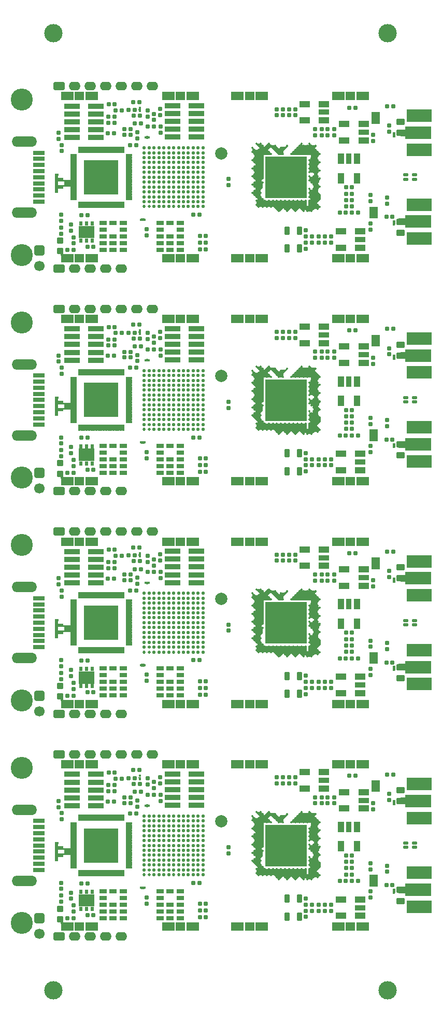
<source format=gts>
G04 Layer_Color=8388736*
%FSLAX44Y44*%
%MOMM*%
G71*
G01*
G75*
%ADD51C,0.3500*%
%ADD65R,6.9000X6.9000*%
%ADD122C,3.0000*%
%ADD123R,1.7500X1.0000*%
%ADD124R,1.7500X0.8600*%
%ADD125R,1.0000X1.7500*%
%ADD126R,0.8600X1.7500*%
%ADD127R,0.4000X0.4100*%
G04:AMPARAMS|DCode=128|XSize=0.7mm|YSize=0.7mm|CornerRadius=0.11mm|HoleSize=0mm|Usage=FLASHONLY|Rotation=180.000|XOffset=0mm|YOffset=0mm|HoleType=Round|Shape=RoundedRectangle|*
%AMROUNDEDRECTD128*
21,1,0.7000,0.4800,0,0,180.0*
21,1,0.4800,0.7000,0,0,180.0*
1,1,0.2200,-0.2400,0.2400*
1,1,0.2200,0.2400,0.2400*
1,1,0.2200,0.2400,-0.2400*
1,1,0.2200,-0.2400,-0.2400*
%
%ADD128ROUNDEDRECTD128*%
%ADD129R,4.1000X2.1000*%
%ADD130R,4.3500X2.1000*%
G04:AMPARAMS|DCode=131|XSize=0.6mm|YSize=0.7mm|CornerRadius=0.1mm|HoleSize=0mm|Usage=FLASHONLY|Rotation=0.000|XOffset=0mm|YOffset=0mm|HoleType=Round|Shape=RoundedRectangle|*
%AMROUNDEDRECTD131*
21,1,0.6000,0.5000,0,0,0.0*
21,1,0.4000,0.7000,0,0,0.0*
1,1,0.2000,0.2000,-0.2500*
1,1,0.2000,-0.2000,-0.2500*
1,1,0.2000,-0.2000,0.2500*
1,1,0.2000,0.2000,0.2500*
%
%ADD131ROUNDEDRECTD131*%
%ADD132C,2.0000*%
G04:AMPARAMS|DCode=133|XSize=0.7mm|YSize=0.7mm|CornerRadius=0.11mm|HoleSize=0mm|Usage=FLASHONLY|Rotation=270.000|XOffset=0mm|YOffset=0mm|HoleType=Round|Shape=RoundedRectangle|*
%AMROUNDEDRECTD133*
21,1,0.7000,0.4800,0,0,270.0*
21,1,0.4800,0.7000,0,0,270.0*
1,1,0.2200,-0.2400,-0.2400*
1,1,0.2200,-0.2400,0.2400*
1,1,0.2200,0.2400,0.2400*
1,1,0.2200,0.2400,-0.2400*
%
%ADD133ROUNDEDRECTD133*%
G04:AMPARAMS|DCode=134|XSize=1.1mm|YSize=1mm|CornerRadius=0.1625mm|HoleSize=0mm|Usage=FLASHONLY|Rotation=180.000|XOffset=0mm|YOffset=0mm|HoleType=Round|Shape=RoundedRectangle|*
%AMROUNDEDRECTD134*
21,1,1.1000,0.6750,0,0,180.0*
21,1,0.7750,1.0000,0,0,180.0*
1,1,0.3250,-0.3875,0.3375*
1,1,0.3250,0.3875,0.3375*
1,1,0.3250,0.3875,-0.3375*
1,1,0.3250,-0.3875,-0.3375*
%
%ADD134ROUNDEDRECTD134*%
G04:AMPARAMS|DCode=135|XSize=0.6mm|YSize=0.7mm|CornerRadius=0.1mm|HoleSize=0mm|Usage=FLASHONLY|Rotation=90.000|XOffset=0mm|YOffset=0mm|HoleType=Round|Shape=RoundedRectangle|*
%AMROUNDEDRECTD135*
21,1,0.6000,0.5000,0,0,90.0*
21,1,0.4000,0.7000,0,0,90.0*
1,1,0.2000,0.2500,0.2000*
1,1,0.2000,0.2500,-0.2000*
1,1,0.2000,-0.2500,-0.2000*
1,1,0.2000,-0.2500,0.2000*
%
%ADD135ROUNDEDRECTD135*%
%ADD136R,2.5000X0.8500*%
%ADD137C,0.5400*%
%ADD138O,0.5100X0.5400*%
%ADD139O,0.5400X0.4900*%
%ADD140C,0.5100*%
%ADD141R,1.9000X0.8000*%
%ADD142R,5.6500X5.6500*%
%ADD143R,1.0000X0.3000*%
%ADD144R,0.3000X1.0000*%
%ADD145R,0.4500X0.4000*%
%ADD146R,1.2000X0.8000*%
%ADD147R,0.7500X0.5500*%
%ADD148R,0.5000X0.3500*%
%ADD149R,0.6000X0.3500*%
%ADD150R,0.4000X0.4500*%
%ADD151R,1.5000X1.4000*%
%ADD152R,2.1000X1.4000*%
G04:AMPARAMS|DCode=153|XSize=1.4mm|YSize=0.9mm|CornerRadius=0.15mm|HoleSize=0mm|Usage=FLASHONLY|Rotation=270.000|XOffset=0mm|YOffset=0mm|HoleType=Round|Shape=RoundedRectangle|*
%AMROUNDEDRECTD153*
21,1,1.4000,0.6000,0,0,270.0*
21,1,1.1000,0.9000,0,0,270.0*
1,1,0.3000,-0.3000,-0.5500*
1,1,0.3000,-0.3000,0.5500*
1,1,0.3000,0.3000,0.5500*
1,1,0.3000,0.3000,-0.5500*
%
%ADD153ROUNDEDRECTD153*%
G04:AMPARAMS|DCode=154|XSize=0.8mm|YSize=0.5mm|CornerRadius=0.1mm|HoleSize=0mm|Usage=FLASHONLY|Rotation=180.000|XOffset=0mm|YOffset=0mm|HoleType=Round|Shape=RoundedRectangle|*
%AMROUNDEDRECTD154*
21,1,0.8000,0.3000,0,0,180.0*
21,1,0.6000,0.5000,0,0,180.0*
1,1,0.2000,-0.3000,0.1500*
1,1,0.2000,0.3000,0.1500*
1,1,0.2000,0.3000,-0.1500*
1,1,0.2000,-0.3000,-0.1500*
%
%ADD154ROUNDEDRECTD154*%
%ADD155R,1.3000X0.8000*%
%ADD156R,0.3500X0.4500*%
%ADD157R,2.6000X1.8000*%
%ADD158R,0.6000X0.8000*%
G04:AMPARAMS|DCode=159|XSize=1.4mm|YSize=1.1mm|CornerRadius=0.175mm|HoleSize=0mm|Usage=FLASHONLY|Rotation=0.000|XOffset=0mm|YOffset=0mm|HoleType=Round|Shape=RoundedRectangle|*
%AMROUNDEDRECTD159*
21,1,1.4000,0.7500,0,0,0.0*
21,1,1.0500,1.1000,0,0,0.0*
1,1,0.3500,0.5250,-0.3750*
1,1,0.3500,-0.5250,-0.3750*
1,1,0.3500,-0.5250,0.3750*
1,1,0.3500,0.5250,0.3750*
%
%ADD159ROUNDEDRECTD159*%
%ADD160O,4.1000X1.7000*%
%ADD161C,3.6000*%
%ADD162O,1.9000X1.4000*%
G04:AMPARAMS|DCode=163|XSize=1.9mm|YSize=1.4mm|CornerRadius=0.375mm|HoleSize=0mm|Usage=FLASHONLY|Rotation=0.000|XOffset=0mm|YOffset=0mm|HoleType=Round|Shape=RoundedRectangle|*
%AMROUNDEDRECTD163*
21,1,1.9000,0.6500,0,0,0.0*
21,1,1.1500,1.4000,0,0,0.0*
1,1,0.7500,0.5750,-0.3250*
1,1,0.7500,-0.5750,-0.3250*
1,1,0.7500,-0.5750,0.3250*
1,1,0.7500,0.5750,0.3250*
%
%ADD163ROUNDEDRECTD163*%
G04:AMPARAMS|DCode=164|XSize=1.624mm|YSize=1.624mm|CornerRadius=0.2405mm|HoleSize=0mm|Usage=FLASHONLY|Rotation=0.000|XOffset=0mm|YOffset=0mm|HoleType=Round|Shape=RoundedRectangle|*
%AMROUNDEDRECTD164*
21,1,1.6240,1.1430,0,0,0.0*
21,1,1.1430,1.6240,0,0,0.0*
1,1,0.4810,0.5715,-0.5715*
1,1,0.4810,-0.5715,-0.5715*
1,1,0.4810,-0.5715,0.5715*
1,1,0.4810,0.5715,0.5715*
%
%ADD164ROUNDEDRECTD164*%
%ADD165C,1.7000*%
%ADD166C,0.6000*%
G36*
X215500Y1357350D02*
X211000D01*
Y1359600D01*
X215500D01*
Y1357350D01*
D02*
G37*
G36*
X605250Y1335350D02*
X591750D01*
Y1354350D01*
X605250D01*
Y1335350D01*
D02*
G37*
G36*
X647000Y1314850D02*
X639250D01*
Y1325850D01*
X647000D01*
Y1314850D01*
D02*
G37*
G36*
X630500Y1313350D02*
X626500D01*
Y1321850D01*
X630500D01*
Y1313350D01*
D02*
G37*
G36*
X226750Y1310600D02*
X223500D01*
Y1315100D01*
X226750D01*
Y1310600D01*
D02*
G37*
G36*
X494625Y1300475D02*
X499625Y1300475D01*
X501750Y1298350D01*
X499000Y1295600D01*
X508625Y1285975D01*
X504125Y1281475D01*
X504125Y1275725D01*
X507875Y1271975D01*
X504125Y1268225D01*
X504125Y1263225D01*
X508203Y1259147D01*
X504125Y1255069D01*
Y1249050D01*
X508625Y1244550D01*
X506425Y1242350D01*
X506425Y1239526D01*
X504125Y1237225D01*
X508625Y1232725D01*
X504750Y1228850D01*
X504750Y1223350D01*
X508500Y1219600D01*
Y1212100D01*
X502250Y1205850D01*
X508500Y1199600D01*
X504875Y1195975D01*
X498125Y1195975D01*
X494250Y1192100D01*
X486750Y1192100D01*
X483875Y1194975D01*
X480500Y1191601D01*
X474250Y1197851D01*
X467375Y1190975D01*
X460500Y1197850D01*
X455260Y1192610D01*
X452741D01*
X447500Y1197850D01*
X441750Y1192100D01*
X439500Y1192100D01*
X432250Y1199350D01*
X405750D01*
X404000Y1201100D01*
X404000Y1210350D01*
X405375Y1211725D01*
Y1212975D01*
X397000Y1221350D01*
Y1223330D01*
X402750Y1229080D01*
X402750Y1229600D01*
X397250Y1235100D01*
X397250Y1236850D01*
X402125Y1241725D01*
Y1243475D01*
X397000Y1248600D01*
Y1250350D01*
X399200Y1252550D01*
X400650D01*
Y1258200D01*
X397000Y1261850D01*
Y1262850D01*
X402500Y1268350D01*
Y1269600D01*
X397250Y1274850D01*
Y1277100D01*
X400750Y1280600D01*
Y1284600D01*
X397250Y1288100D01*
X397250Y1297350D01*
X402125Y1292475D01*
X405375Y1292475D01*
X408707Y1295807D01*
X402558Y1302600D01*
X411750Y1302600D01*
X416905Y1297445D01*
X422061Y1302600D01*
X425499D01*
X427626Y1300475D01*
X434624Y1300475D01*
X440874Y1294225D01*
X444000Y1297350D01*
X450480Y1297350D01*
X453152Y1300022D01*
X455260Y1298360D01*
X448000Y1291100D01*
Y1284600D01*
X440107D01*
X426865Y1296965D01*
X422375Y1292475D01*
X428250Y1286600D01*
Y1284600D01*
X415500Y1284600D01*
Y1246350D01*
X411750Y1242600D01*
X414010Y1240340D01*
Y1230861D01*
X410640Y1227490D01*
X410640Y1216710D01*
X417750Y1209600D01*
X474250Y1209600D01*
X485750Y1209600D01*
Y1201100D01*
X488750D01*
Y1209100D01*
X492250Y1212600D01*
X490370Y1214480D01*
X490370Y1229850D01*
X493810Y1226410D01*
X496875Y1229475D01*
Y1235850D01*
X489875Y1242850D01*
Y1248600D01*
X496250Y1248600D01*
X497500Y1249850D01*
Y1254350D01*
X496125Y1255725D01*
X490370Y1255725D01*
X490370Y1276720D01*
X492750Y1279100D01*
Y1284600D01*
X460750D01*
X460750Y1287080D01*
X476952Y1303398D01*
X479875Y1300475D01*
X487625D01*
X491125Y1303975D01*
X494625Y1300475D01*
D02*
G37*
G36*
X187850Y1287950D02*
X112600D01*
Y1297950D01*
X187850D01*
Y1287950D01*
D02*
G37*
G36*
X110250Y1210300D02*
X100250D01*
Y1232350D01*
X88000D01*
Y1229300D01*
X80000D01*
Y1222100D01*
X74750D01*
Y1253600D01*
X80000D01*
Y1246600D01*
X88000D01*
Y1243350D01*
X100250D01*
Y1285550D01*
X110250D01*
Y1210300D01*
D02*
G37*
G36*
X200250Y1210350D02*
X190250D01*
Y1285600D01*
X200250D01*
Y1210350D01*
D02*
G37*
G36*
X187900Y1197950D02*
X112650D01*
Y1207950D01*
X187900D01*
Y1197950D01*
D02*
G37*
G36*
X601750Y1180850D02*
X588250D01*
Y1199850D01*
X601750D01*
Y1180850D01*
D02*
G37*
G36*
X221000Y1176350D02*
X215500D01*
Y1180850D01*
X221000D01*
Y1176350D01*
D02*
G37*
G36*
X630500Y1170350D02*
X626500D01*
Y1177350D01*
X630500D01*
Y1170350D01*
D02*
G37*
G36*
X647000Y1169850D02*
X636000D01*
Y1180850D01*
X647000D01*
Y1169850D01*
D02*
G37*
G36*
X139250Y1148350D02*
X113250D01*
Y1168350D01*
X139250D01*
Y1148350D01*
D02*
G37*
G36*
X88500Y1119850D02*
X84250D01*
Y1130350D01*
X88500D01*
Y1119850D01*
D02*
G37*
G36*
X215500Y993650D02*
X211000D01*
Y995900D01*
X215500D01*
Y993650D01*
D02*
G37*
G36*
X605250Y971650D02*
X591750D01*
Y990650D01*
X605250D01*
Y971650D01*
D02*
G37*
G36*
X647000Y951150D02*
X639250D01*
Y962150D01*
X647000D01*
Y951150D01*
D02*
G37*
G36*
X630500Y949650D02*
X626500D01*
Y958150D01*
X630500D01*
Y949650D01*
D02*
G37*
G36*
X226750Y946900D02*
X223500D01*
Y951400D01*
X226750D01*
Y946900D01*
D02*
G37*
G36*
X494625Y936775D02*
X499625Y936775D01*
X501750Y934650D01*
X499000Y931900D01*
X508625Y922275D01*
X504125Y917775D01*
X504125Y912025D01*
X507875Y908275D01*
X504125Y904525D01*
X504125Y899525D01*
X508203Y895447D01*
X504125Y891369D01*
Y885350D01*
X508625Y880850D01*
X506425Y878650D01*
X506425Y875825D01*
X504125Y873525D01*
X508625Y869025D01*
X504750Y865150D01*
X504750Y859650D01*
X508500Y855900D01*
Y848400D01*
X502250Y842150D01*
X508500Y835900D01*
X504875Y832275D01*
X498125Y832275D01*
X494250Y828400D01*
X486750Y828400D01*
X483875Y831275D01*
X480500Y827901D01*
X474250Y834151D01*
X467375Y827275D01*
X460500Y834150D01*
X455260Y828910D01*
X452741D01*
X447500Y834150D01*
X441750Y828400D01*
X439500Y828400D01*
X432250Y835650D01*
X405750D01*
X404000Y837400D01*
X404000Y846650D01*
X405375Y848025D01*
Y849275D01*
X397000Y857650D01*
Y859630D01*
X402750Y865379D01*
X402750Y865900D01*
X397250Y871400D01*
X397250Y873150D01*
X402125Y878025D01*
Y879775D01*
X397000Y884900D01*
Y886650D01*
X399200Y888850D01*
X400650D01*
Y894500D01*
X397000Y898150D01*
Y899150D01*
X402500Y904650D01*
Y905900D01*
X397250Y911150D01*
Y913400D01*
X400750Y916900D01*
Y920900D01*
X397250Y924400D01*
X397250Y933650D01*
X402125Y928775D01*
X405375Y928775D01*
X408707Y932107D01*
X402558Y938900D01*
X411750Y938900D01*
X416905Y933745D01*
X422061Y938900D01*
X425499D01*
X427626Y936775D01*
X434624Y936775D01*
X440874Y930524D01*
X444000Y933650D01*
X450480Y933650D01*
X453152Y936322D01*
X455260Y934660D01*
X448000Y927400D01*
Y920900D01*
X440107D01*
X426865Y933266D01*
X422375Y928775D01*
X428250Y922900D01*
Y920900D01*
X415500Y920900D01*
Y882650D01*
X411750Y878900D01*
X414010Y876640D01*
Y867160D01*
X410640Y863790D01*
X410640Y853010D01*
X417750Y845900D01*
X474250Y845900D01*
X485750Y845900D01*
Y837400D01*
X488750D01*
Y845400D01*
X492250Y848900D01*
X490370Y850780D01*
X490370Y866150D01*
X493810Y862710D01*
X496875Y865775D01*
Y872150D01*
X489875Y879150D01*
Y884900D01*
X496250Y884900D01*
X497500Y886150D01*
Y890650D01*
X496125Y892025D01*
X490370Y892025D01*
X490370Y913020D01*
X492750Y915400D01*
Y920900D01*
X460750D01*
X460750Y923380D01*
X476952Y939698D01*
X479875Y936775D01*
X487625D01*
X491125Y940275D01*
X494625Y936775D01*
D02*
G37*
G36*
X187850Y924250D02*
X112600D01*
Y934250D01*
X187850D01*
Y924250D01*
D02*
G37*
G36*
X110250Y846600D02*
X100250D01*
Y868650D01*
X88000D01*
Y865600D01*
X80000D01*
Y858400D01*
X74750D01*
Y889900D01*
X80000D01*
Y882900D01*
X88000D01*
Y879650D01*
X100250D01*
Y921850D01*
X110250D01*
Y846600D01*
D02*
G37*
G36*
X200250Y846650D02*
X190250D01*
Y921900D01*
X200250D01*
Y846650D01*
D02*
G37*
G36*
X187900Y834250D02*
X112650D01*
Y844250D01*
X187900D01*
Y834250D01*
D02*
G37*
G36*
X601750Y817150D02*
X588250D01*
Y836150D01*
X601750D01*
Y817150D01*
D02*
G37*
G36*
X221000Y812650D02*
X215500D01*
Y817150D01*
X221000D01*
Y812650D01*
D02*
G37*
G36*
X630500Y806650D02*
X626500D01*
Y813650D01*
X630500D01*
Y806650D01*
D02*
G37*
G36*
X647000Y806150D02*
X636000D01*
Y817150D01*
X647000D01*
Y806150D01*
D02*
G37*
G36*
X139250Y784650D02*
X113250D01*
Y804650D01*
X139250D01*
Y784650D01*
D02*
G37*
G36*
X88500Y756150D02*
X84250D01*
Y766650D01*
X88500D01*
Y756150D01*
D02*
G37*
G36*
X215500Y629950D02*
X211000D01*
Y632200D01*
X215500D01*
Y629950D01*
D02*
G37*
G36*
X605250Y607950D02*
X591750D01*
Y626950D01*
X605250D01*
Y607950D01*
D02*
G37*
G36*
X647000Y587450D02*
X639250D01*
Y598450D01*
X647000D01*
Y587450D01*
D02*
G37*
G36*
X630500Y585950D02*
X626500D01*
Y594450D01*
X630500D01*
Y585950D01*
D02*
G37*
G36*
X226750Y583200D02*
X223500D01*
Y587700D01*
X226750D01*
Y583200D01*
D02*
G37*
G36*
X494625Y573075D02*
X499625Y573075D01*
X501750Y570950D01*
X499000Y568200D01*
X508625Y558575D01*
X504125Y554075D01*
X504125Y548325D01*
X507875Y544575D01*
X504125Y540825D01*
X504125Y535825D01*
X508203Y531747D01*
X504125Y527669D01*
Y521650D01*
X508625Y517150D01*
X506425Y514950D01*
X506425Y512125D01*
X504125Y509825D01*
X508625Y505325D01*
X504750Y501450D01*
X504750Y495950D01*
X508500Y492200D01*
Y484700D01*
X502250Y478450D01*
X508500Y472200D01*
X504875Y468575D01*
X498125Y468575D01*
X494250Y464700D01*
X486750Y464700D01*
X483875Y467575D01*
X480500Y464201D01*
X474250Y470451D01*
X467375Y463575D01*
X460500Y470450D01*
X455260Y465210D01*
X452741D01*
X447500Y470450D01*
X441750Y464700D01*
X439500Y464700D01*
X432250Y471950D01*
X405750D01*
X404000Y473700D01*
X404000Y482950D01*
X405375Y484325D01*
Y485575D01*
X397000Y493950D01*
Y495929D01*
X402750Y501679D01*
X402750Y502200D01*
X397250Y507700D01*
X397250Y509450D01*
X402125Y514325D01*
Y516075D01*
X397000Y521200D01*
Y522950D01*
X399200Y525150D01*
X400650D01*
Y530800D01*
X397000Y534450D01*
Y535450D01*
X402500Y540950D01*
Y542200D01*
X397250Y547450D01*
Y549700D01*
X400750Y553200D01*
Y557200D01*
X397250Y560700D01*
X397250Y569950D01*
X402125Y565075D01*
X405375Y565075D01*
X408707Y568407D01*
X402558Y575200D01*
X411750Y575200D01*
X416905Y570045D01*
X422061Y575200D01*
X425499D01*
X427626Y573075D01*
X434624Y573075D01*
X440874Y566824D01*
X444000Y569950D01*
X450480Y569950D01*
X453152Y572622D01*
X455260Y570960D01*
X448000Y563700D01*
Y557200D01*
X440107D01*
X426865Y569565D01*
X422375Y565075D01*
X428250Y559200D01*
Y557200D01*
X415500Y557200D01*
Y518950D01*
X411750Y515200D01*
X414010Y512940D01*
Y503460D01*
X410640Y500090D01*
X410640Y489310D01*
X417750Y482200D01*
X474250Y482200D01*
X485750Y482200D01*
Y473700D01*
X488750D01*
Y481700D01*
X492250Y485200D01*
X490370Y487080D01*
X490370Y502450D01*
X493810Y499010D01*
X496875Y502075D01*
Y508450D01*
X489875Y515450D01*
Y521200D01*
X496250Y521200D01*
X497500Y522450D01*
Y526950D01*
X496125Y528325D01*
X490370Y528325D01*
X490370Y549320D01*
X492750Y551700D01*
Y557200D01*
X460750D01*
X460750Y559679D01*
X476952Y575998D01*
X479875Y573075D01*
X487625D01*
X491125Y576575D01*
X494625Y573075D01*
D02*
G37*
G36*
X187850Y560550D02*
X112600D01*
Y570550D01*
X187850D01*
Y560550D01*
D02*
G37*
G36*
X110250Y482900D02*
X100250D01*
Y504950D01*
X88000D01*
Y501900D01*
X80000D01*
Y494700D01*
X74750D01*
Y526200D01*
X80000D01*
Y519200D01*
X88000D01*
Y515950D01*
X100250D01*
Y558150D01*
X110250D01*
Y482900D01*
D02*
G37*
G36*
X200250Y482950D02*
X190250D01*
Y558200D01*
X200250D01*
Y482950D01*
D02*
G37*
G36*
X187900Y470550D02*
X112650D01*
Y480550D01*
X187900D01*
Y470550D01*
D02*
G37*
G36*
X601750Y453450D02*
X588250D01*
Y472450D01*
X601750D01*
Y453450D01*
D02*
G37*
G36*
X221000Y448950D02*
X215500D01*
Y453450D01*
X221000D01*
Y448950D01*
D02*
G37*
G36*
X630500Y442950D02*
X626500D01*
Y449950D01*
X630500D01*
Y442950D01*
D02*
G37*
G36*
X647000Y442450D02*
X636000D01*
Y453450D01*
X647000D01*
Y442450D01*
D02*
G37*
G36*
X139250Y420950D02*
X113250D01*
Y440950D01*
X139250D01*
Y420950D01*
D02*
G37*
G36*
X88500Y392450D02*
X84250D01*
Y402950D01*
X88500D01*
Y392450D01*
D02*
G37*
G36*
X215500Y266250D02*
X211000D01*
Y268500D01*
X215500D01*
Y266250D01*
D02*
G37*
G36*
X605250Y244250D02*
X591750D01*
Y263250D01*
X605250D01*
Y244250D01*
D02*
G37*
G36*
X647000Y223750D02*
X639250D01*
Y234750D01*
X647000D01*
Y223750D01*
D02*
G37*
G36*
X630500Y222250D02*
X626500D01*
Y230750D01*
X630500D01*
Y222250D01*
D02*
G37*
G36*
X226750Y219500D02*
X223500D01*
Y224000D01*
X226750D01*
Y219500D01*
D02*
G37*
G36*
X494625Y209375D02*
X499625Y209375D01*
X501750Y207250D01*
X499000Y204500D01*
X508625Y194875D01*
X504125Y190375D01*
X504125Y184625D01*
X507875Y180875D01*
X504125Y177125D01*
X504125Y172125D01*
X508203Y168047D01*
X504125Y163969D01*
Y157950D01*
X508625Y153450D01*
X506425Y151250D01*
X506425Y148425D01*
X504125Y146125D01*
X508625Y141625D01*
X504750Y137750D01*
X504750Y132250D01*
X508500Y128500D01*
Y121000D01*
X502250Y114750D01*
X508500Y108500D01*
X504875Y104875D01*
X498125Y104875D01*
X494250Y101000D01*
X486750Y101000D01*
X483875Y103875D01*
X480500Y100500D01*
X474250Y106750D01*
X467375Y99875D01*
X460500Y106750D01*
X455260Y101510D01*
X452741D01*
X447500Y106750D01*
X441750Y101000D01*
X439500Y101000D01*
X432250Y108250D01*
X405750D01*
X404000Y110000D01*
X404000Y119250D01*
X405375Y120625D01*
Y121875D01*
X397000Y130250D01*
Y132229D01*
X402750Y137979D01*
X402750Y138500D01*
X397250Y144000D01*
X397250Y145750D01*
X402125Y150625D01*
Y152375D01*
X397000Y157500D01*
Y159250D01*
X399200Y161450D01*
X400650D01*
Y167100D01*
X397000Y170750D01*
Y171750D01*
X402500Y177250D01*
Y178500D01*
X397250Y183750D01*
Y186000D01*
X400750Y189500D01*
Y193500D01*
X397250Y197000D01*
X397250Y206250D01*
X402125Y201375D01*
X405375Y201375D01*
X408707Y204707D01*
X402558Y211500D01*
X411750Y211500D01*
X416905Y206345D01*
X422061Y211500D01*
X425499D01*
X427626Y209375D01*
X434624Y209375D01*
X440874Y203124D01*
X444000Y206250D01*
X450480Y206250D01*
X453152Y208922D01*
X455260Y207260D01*
X448000Y200000D01*
Y193500D01*
X440107D01*
X426865Y205865D01*
X422375Y201375D01*
X428250Y195500D01*
Y193500D01*
X415500Y193500D01*
Y155250D01*
X411750Y151500D01*
X414010Y149240D01*
Y139760D01*
X410640Y136390D01*
X410640Y125610D01*
X417750Y118500D01*
X474250Y118500D01*
X485750Y118500D01*
Y110000D01*
X488750D01*
Y118000D01*
X492250Y121500D01*
X490370Y123380D01*
X490370Y138750D01*
X493810Y135310D01*
X496875Y138375D01*
Y144750D01*
X489875Y151750D01*
Y157500D01*
X496250Y157500D01*
X497500Y158750D01*
Y163250D01*
X496125Y164625D01*
X490370Y164625D01*
X490370Y185620D01*
X492750Y188000D01*
Y193500D01*
X460750D01*
X460750Y195979D01*
X476952Y212298D01*
X479875Y209375D01*
X487625D01*
X491125Y212875D01*
X494625Y209375D01*
D02*
G37*
G36*
X187850Y196850D02*
X112600D01*
Y206850D01*
X187850D01*
Y196850D01*
D02*
G37*
G36*
X110250Y119200D02*
X100250D01*
Y141250D01*
X88000D01*
Y138200D01*
X80000D01*
Y131000D01*
X74750D01*
Y162500D01*
X80000D01*
Y155500D01*
X88000D01*
Y152250D01*
X100250D01*
Y194450D01*
X110250D01*
Y119200D01*
D02*
G37*
G36*
X200250Y119250D02*
X190250D01*
Y194500D01*
X200250D01*
Y119250D01*
D02*
G37*
G36*
X187900Y106850D02*
X112650D01*
Y116850D01*
X187900D01*
Y106850D01*
D02*
G37*
G36*
X601750Y89750D02*
X588250D01*
Y108750D01*
X601750D01*
Y89750D01*
D02*
G37*
G36*
X221000Y85250D02*
X215500D01*
Y89750D01*
X221000D01*
Y85250D01*
D02*
G37*
G36*
X630500Y79250D02*
X626500D01*
Y86250D01*
X630500D01*
Y79250D01*
D02*
G37*
G36*
X647000Y78750D02*
X636000D01*
Y89750D01*
X647000D01*
Y78750D01*
D02*
G37*
G36*
X139250Y57250D02*
X113250D01*
Y77250D01*
X139250D01*
Y57250D01*
D02*
G37*
G36*
X88500Y28750D02*
X84250D01*
Y39250D01*
X88500D01*
Y28750D01*
D02*
G37*
%LPC*%
G36*
X89500Y1240850D02*
X80000D01*
Y1235050D01*
X84250D01*
Y1235100D01*
X89500D01*
Y1240850D01*
D02*
G37*
G36*
Y877150D02*
X80000D01*
Y871350D01*
X84250D01*
Y871400D01*
X89500D01*
Y877150D01*
D02*
G37*
G36*
Y513450D02*
X80000D01*
Y507650D01*
X84250D01*
Y507700D01*
X89500D01*
Y513450D01*
D02*
G37*
G36*
Y149750D02*
X80000D01*
Y143950D01*
X84250D01*
Y144000D01*
X89500D01*
Y149750D01*
D02*
G37*
%LPD*%
D51*
X490560Y211400D02*
D03*
X493890Y208070D02*
D03*
X497220Y204740D02*
D03*
X500550Y201410D02*
D03*
X503880Y198080D02*
D03*
X507210Y194750D02*
D03*
X503880Y191420D02*
D03*
X500550Y194750D02*
D03*
X493890Y201410D02*
D03*
X497220Y198080D02*
D03*
X487230Y208070D02*
D03*
X490560Y204740D02*
D03*
X487230Y201410D02*
D03*
X483900Y204740D02*
D03*
X493890Y194750D02*
D03*
X490560Y198080D02*
D03*
X497220Y191420D02*
D03*
X500550Y188090D02*
D03*
X483900Y198080D02*
D03*
X480570Y201410D02*
D03*
X487230Y194750D02*
D03*
X497220Y184760D02*
D03*
X493890Y188090D02*
D03*
X473910Y208070D02*
D03*
X477240Y204740D02*
D03*
Y211400D02*
D03*
X480570Y208070D02*
D03*
X503880Y178100D02*
D03*
X500550Y181430D02*
D03*
X507210D02*
D03*
X503880Y184760D02*
D03*
X497220Y178100D02*
D03*
X500550Y174770D02*
D03*
X490560Y184760D02*
D03*
X493890Y181430D02*
D03*
X477240Y198080D02*
D03*
X480570Y194750D02*
D03*
X470580Y204740D02*
D03*
X473910Y201410D02*
D03*
X470580Y198080D02*
D03*
X467250Y201410D02*
D03*
X473910Y194750D02*
D03*
X467250D02*
D03*
X463920Y198080D02*
D03*
X460590Y194750D02*
D03*
X507210Y168110D02*
D03*
X503880Y171440D02*
D03*
X500550Y168110D02*
D03*
X503880Y164780D02*
D03*
X490560Y178100D02*
D03*
X497220Y171440D02*
D03*
X493890Y174770D02*
D03*
X503880Y158120D02*
D03*
X507210Y154790D02*
D03*
X493890Y168110D02*
D03*
X490560Y171440D02*
D03*
X500550Y161450D02*
D03*
X497220Y164780D02*
D03*
X490560D02*
D03*
X500550Y154790D02*
D03*
X497220Y158120D02*
D03*
Y151460D02*
D03*
X500550Y148130D02*
D03*
X490560Y158120D02*
D03*
X493890Y154790D02*
D03*
X507210Y141470D02*
D03*
X503880Y144800D02*
D03*
X497220D02*
D03*
X500550Y141470D02*
D03*
X490560Y151460D02*
D03*
X493890Y148130D02*
D03*
X503880Y138140D02*
D03*
X497220D02*
D03*
X500550Y134810D02*
D03*
X507210Y128150D02*
D03*
X503880Y131480D02*
D03*
X497220D02*
D03*
X500550Y128150D02*
D03*
X490560Y138140D02*
D03*
X493890Y134810D02*
D03*
X507210Y121490D02*
D03*
X503880Y124820D02*
D03*
X500550Y121490D02*
D03*
X490560Y131480D02*
D03*
X493890Y128150D02*
D03*
X500550Y114830D02*
D03*
X490560Y124820D02*
D03*
X493890Y121490D02*
D03*
X507210Y108170D02*
D03*
X503880Y111500D02*
D03*
X497220D02*
D03*
X500550Y108170D02*
D03*
X493890Y114830D02*
D03*
X503880Y104840D02*
D03*
X497220D02*
D03*
X490560Y111500D02*
D03*
X493890Y108170D02*
D03*
X500550Y208070D02*
D03*
X447270Y194750D02*
D03*
X440610D02*
D03*
X443940Y198080D02*
D03*
X447270Y201410D02*
D03*
X450600Y204740D02*
D03*
X453930Y208070D02*
D03*
X437280Y198080D02*
D03*
X440610Y201410D02*
D03*
X437280Y204740D02*
D03*
X433950Y201410D02*
D03*
Y208070D02*
D03*
X430620Y204740D02*
D03*
X443940D02*
D03*
X427290Y208070D02*
D03*
X423960Y211400D02*
D03*
X420630Y208070D02*
D03*
X423960Y204740D02*
D03*
X427290Y194750D02*
D03*
X423960Y198080D02*
D03*
X420630Y201410D02*
D03*
X413970Y208070D02*
D03*
X417300Y204740D02*
D03*
X410640Y211400D02*
D03*
X403980D02*
D03*
X410640Y204740D02*
D03*
X407310Y208070D02*
D03*
X413970Y201410D02*
D03*
X417300Y198080D02*
D03*
X420630Y194750D02*
D03*
X407310Y201410D02*
D03*
X410640Y198080D02*
D03*
X413970Y194750D02*
D03*
X397320Y204740D02*
D03*
X403980Y198080D02*
D03*
X400650Y201410D02*
D03*
X407310Y194750D02*
D03*
X410640Y191420D02*
D03*
X413970Y188090D02*
D03*
X397320Y198080D02*
D03*
X403980Y191420D02*
D03*
X400650Y194750D02*
D03*
X407310Y188090D02*
D03*
X410640Y184760D02*
D03*
X413970Y181430D02*
D03*
X403980Y184760D02*
D03*
X400650Y188090D02*
D03*
X407310Y181430D02*
D03*
X410640Y178100D02*
D03*
X413970Y174770D02*
D03*
X397320Y184760D02*
D03*
X403980Y178100D02*
D03*
X400650Y181430D02*
D03*
X407310Y174770D02*
D03*
X410640Y171440D02*
D03*
X413970Y168110D02*
D03*
X403980Y171440D02*
D03*
X400650Y174770D02*
D03*
X407310Y168110D02*
D03*
X410640Y164780D02*
D03*
X413970Y161450D02*
D03*
X397320Y171440D02*
D03*
X403980Y164780D02*
D03*
X400650Y168110D02*
D03*
X407310Y161450D02*
D03*
X410640Y158120D02*
D03*
X413970Y154790D02*
D03*
X403980Y158120D02*
D03*
X400650Y161450D02*
D03*
X407310Y154790D02*
D03*
X410640Y151460D02*
D03*
X413970Y148130D02*
D03*
X397320Y158120D02*
D03*
X403980Y151460D02*
D03*
X400650Y154790D02*
D03*
X407310Y148130D02*
D03*
X410640Y144800D02*
D03*
X403980Y144800D02*
D03*
X400650Y148130D02*
D03*
X407310Y141470D02*
D03*
X410640Y138140D02*
D03*
X397320Y144800D02*
D03*
X403980Y138140D02*
D03*
X400650Y141470D02*
D03*
X407310Y134810D02*
D03*
X410640Y131480D02*
D03*
X400650Y134810D02*
D03*
X407310Y128150D02*
D03*
X403980Y131480D02*
D03*
X410640Y124820D02*
D03*
X413970Y121490D02*
D03*
X417300Y118160D02*
D03*
X397320Y131480D02*
D03*
X403980Y124820D02*
D03*
X400650Y128150D02*
D03*
X407310Y121489D02*
D03*
X410640Y118160D02*
D03*
X413970Y114830D02*
D03*
X420630Y108169D02*
D03*
X417300Y111500D02*
D03*
X423960D02*
D03*
X420630Y114830D02*
D03*
X413970Y108169D02*
D03*
X410640Y111500D02*
D03*
X407310Y114830D02*
D03*
X403980Y118160D02*
D03*
X407310Y108169D02*
D03*
X403980Y111500D02*
D03*
X423960Y118160D02*
D03*
X430620D02*
D03*
X437280D02*
D03*
X443940D02*
D03*
X450600D02*
D03*
X457260D02*
D03*
X463920D02*
D03*
X470580D02*
D03*
X477240D02*
D03*
X483900D02*
D03*
X490560D02*
D03*
X497220D02*
D03*
X503880D02*
D03*
X427290Y114830D02*
D03*
X433950D02*
D03*
X440610D02*
D03*
X447270D02*
D03*
X453930D02*
D03*
X460590D02*
D03*
X467250D02*
D03*
X480570D02*
D03*
X473910D02*
D03*
X483900Y111500D02*
D03*
X477240D02*
D03*
X470580D02*
D03*
X463920D02*
D03*
X457260D02*
D03*
X450600D02*
D03*
X443940D02*
D03*
X437280D02*
D03*
X430620D02*
D03*
X480570Y108169D02*
D03*
X473910D02*
D03*
X467250D02*
D03*
X460590D02*
D03*
X453930D02*
D03*
X447270D02*
D03*
X440610D02*
D03*
X433950D02*
D03*
X427290D02*
D03*
X487230D02*
D03*
X493890Y101510D02*
D03*
X483900Y104839D02*
D03*
X437280D02*
D03*
X443940D02*
D03*
X450600D02*
D03*
X457260D02*
D03*
X463920D02*
D03*
X470580D02*
D03*
X477240D02*
D03*
X487230Y101510D02*
D03*
X480570D02*
D03*
X467250D02*
D03*
X453930D02*
D03*
X440610D02*
D03*
X490560Y575100D02*
D03*
X493890Y571770D02*
D03*
X497220Y568440D02*
D03*
X500550Y565110D02*
D03*
X503880Y561780D02*
D03*
X507210Y558450D02*
D03*
X503880Y555120D02*
D03*
X500550Y558450D02*
D03*
X493890Y565110D02*
D03*
X497220Y561780D02*
D03*
X487230Y571770D02*
D03*
X490560Y568440D02*
D03*
X487230Y565110D02*
D03*
X483900Y568440D02*
D03*
X493890Y558450D02*
D03*
X490560Y561780D02*
D03*
X497220Y555120D02*
D03*
X500550Y551790D02*
D03*
X483900Y561780D02*
D03*
X480570Y565110D02*
D03*
X487230Y558450D02*
D03*
X497220Y548460D02*
D03*
X493890Y551790D02*
D03*
X473910Y571770D02*
D03*
X477240Y568440D02*
D03*
Y575100D02*
D03*
X480570Y571770D02*
D03*
X503880Y541800D02*
D03*
X500550Y545130D02*
D03*
X507210D02*
D03*
X503880Y548460D02*
D03*
X497220Y541800D02*
D03*
X500550Y538470D02*
D03*
X490560Y548460D02*
D03*
X493890Y545130D02*
D03*
X477240Y561780D02*
D03*
X480570Y558450D02*
D03*
X470580Y568440D02*
D03*
X473910Y565110D02*
D03*
X470580Y561780D02*
D03*
X467250Y565110D02*
D03*
X473910Y558450D02*
D03*
X467250D02*
D03*
X463920Y561780D02*
D03*
X460590Y558450D02*
D03*
X507210Y531810D02*
D03*
X503880Y535140D02*
D03*
X500550Y531810D02*
D03*
X503880Y528480D02*
D03*
X490560Y541800D02*
D03*
X497220Y535140D02*
D03*
X493890Y538470D02*
D03*
X503880Y521820D02*
D03*
X507210Y518490D02*
D03*
X493890Y531810D02*
D03*
X490560Y535140D02*
D03*
X500550Y525150D02*
D03*
X497220Y528480D02*
D03*
X490560D02*
D03*
X500550Y518490D02*
D03*
X497220Y521820D02*
D03*
Y515160D02*
D03*
X500550Y511830D02*
D03*
X490560Y521820D02*
D03*
X493890Y518490D02*
D03*
X507210Y505170D02*
D03*
X503880Y508500D02*
D03*
X497220D02*
D03*
X500550Y505170D02*
D03*
X490560Y515160D02*
D03*
X493890Y511830D02*
D03*
X503880Y501840D02*
D03*
X497220D02*
D03*
X500550Y498510D02*
D03*
X507210Y491850D02*
D03*
X503880Y495180D02*
D03*
X497220D02*
D03*
X500550Y491850D02*
D03*
X490560Y501840D02*
D03*
X493890Y498510D02*
D03*
X507210Y485190D02*
D03*
X503880Y488520D02*
D03*
X500550Y485190D02*
D03*
X490560Y495180D02*
D03*
X493890Y491850D02*
D03*
X500550Y478530D02*
D03*
X490560Y488520D02*
D03*
X493890Y485190D02*
D03*
X507210Y471870D02*
D03*
X503880Y475200D02*
D03*
X497220D02*
D03*
X500550Y471870D02*
D03*
X493890Y478530D02*
D03*
X503880Y468540D02*
D03*
X497220D02*
D03*
X490560Y475200D02*
D03*
X493890Y471870D02*
D03*
X500550Y571770D02*
D03*
X447270Y558450D02*
D03*
X440610D02*
D03*
X443940Y561780D02*
D03*
X447270Y565110D02*
D03*
X450600Y568440D02*
D03*
X453930Y571770D02*
D03*
X437280Y561780D02*
D03*
X440610Y565110D02*
D03*
X437280Y568440D02*
D03*
X433950Y565110D02*
D03*
Y571770D02*
D03*
X430620Y568440D02*
D03*
X443940D02*
D03*
X427290Y571770D02*
D03*
X423960Y575100D02*
D03*
X420630Y571770D02*
D03*
X423960Y568440D02*
D03*
X427290Y558450D02*
D03*
X423960Y561780D02*
D03*
X420630Y565110D02*
D03*
X413970Y571770D02*
D03*
X417300Y568440D02*
D03*
X410640Y575100D02*
D03*
X403980D02*
D03*
X410640Y568440D02*
D03*
X407310Y571770D02*
D03*
X413970Y565110D02*
D03*
X417300Y561780D02*
D03*
X420630Y558450D02*
D03*
X407310Y565110D02*
D03*
X410640Y561780D02*
D03*
X413970Y558450D02*
D03*
X397320Y568440D02*
D03*
X403980Y561780D02*
D03*
X400650Y565110D02*
D03*
X407310Y558450D02*
D03*
X410640Y555120D02*
D03*
X413970Y551790D02*
D03*
X397320Y561780D02*
D03*
X403980Y555120D02*
D03*
X400650Y558450D02*
D03*
X407310Y551790D02*
D03*
X410640Y548460D02*
D03*
X413970Y545130D02*
D03*
X403980Y548460D02*
D03*
X400650Y551790D02*
D03*
X407310Y545130D02*
D03*
X410640Y541800D02*
D03*
X413970Y538470D02*
D03*
X397320Y548460D02*
D03*
X403980Y541800D02*
D03*
X400650Y545130D02*
D03*
X407310Y538470D02*
D03*
X410640Y535140D02*
D03*
X413970Y531810D02*
D03*
X403980Y535140D02*
D03*
X400650Y538470D02*
D03*
X407310Y531810D02*
D03*
X410640Y528480D02*
D03*
X413970Y525150D02*
D03*
X397320Y535140D02*
D03*
X403980Y528480D02*
D03*
X400650Y531810D02*
D03*
X407310Y525150D02*
D03*
X410640Y521820D02*
D03*
X413970Y518490D02*
D03*
X403980Y521820D02*
D03*
X400650Y525150D02*
D03*
X407310Y518490D02*
D03*
X410640Y515160D02*
D03*
X413970Y511830D02*
D03*
X397320Y521820D02*
D03*
X403980Y515160D02*
D03*
X400650Y518490D02*
D03*
X407310Y511830D02*
D03*
X410640Y508500D02*
D03*
X403980Y508500D02*
D03*
X400650Y511830D02*
D03*
X407310Y505170D02*
D03*
X410640Y501840D02*
D03*
X397320Y508500D02*
D03*
X403980Y501840D02*
D03*
X400650Y505170D02*
D03*
X407310Y498510D02*
D03*
X410640Y495180D02*
D03*
X400650Y498510D02*
D03*
X407310Y491850D02*
D03*
X403980Y495180D02*
D03*
X410640Y488520D02*
D03*
X413970Y485190D02*
D03*
X417300Y481860D02*
D03*
X397320Y495180D02*
D03*
X403980Y488520D02*
D03*
X400650Y491850D02*
D03*
X407310Y485190D02*
D03*
X410640Y481860D02*
D03*
X413970Y478530D02*
D03*
X420630Y471870D02*
D03*
X417300Y475200D02*
D03*
X423960D02*
D03*
X420630Y478530D02*
D03*
X413970Y471870D02*
D03*
X410640Y475200D02*
D03*
X407310Y478530D02*
D03*
X403980Y481860D02*
D03*
X407310Y471870D02*
D03*
X403980Y475200D02*
D03*
X423960Y481860D02*
D03*
X430620D02*
D03*
X437280D02*
D03*
X443940D02*
D03*
X450600D02*
D03*
X457260D02*
D03*
X463920D02*
D03*
X470580D02*
D03*
X477240D02*
D03*
X483900D02*
D03*
X490560D02*
D03*
X497220D02*
D03*
X503880D02*
D03*
X427290Y478530D02*
D03*
X433950D02*
D03*
X440610D02*
D03*
X447270D02*
D03*
X453930D02*
D03*
X460590D02*
D03*
X467250D02*
D03*
X480570D02*
D03*
X473910D02*
D03*
X483900Y475200D02*
D03*
X477240D02*
D03*
X470580D02*
D03*
X463920D02*
D03*
X457260D02*
D03*
X450600D02*
D03*
X443940D02*
D03*
X437280D02*
D03*
X430620D02*
D03*
X480570Y471870D02*
D03*
X473910D02*
D03*
X467250D02*
D03*
X460590D02*
D03*
X453930D02*
D03*
X447270D02*
D03*
X440610D02*
D03*
X433950D02*
D03*
X427290D02*
D03*
X487230D02*
D03*
X493890Y465210D02*
D03*
X483900Y468540D02*
D03*
X437280D02*
D03*
X443940D02*
D03*
X450600D02*
D03*
X457260D02*
D03*
X463920D02*
D03*
X470580D02*
D03*
X477240D02*
D03*
X487230Y465210D02*
D03*
X480570D02*
D03*
X467250D02*
D03*
X453930D02*
D03*
X440610D02*
D03*
X490560Y938800D02*
D03*
X493890Y935470D02*
D03*
X497220Y932140D02*
D03*
X500550Y928810D02*
D03*
X503880Y925480D02*
D03*
X507210Y922150D02*
D03*
X503880Y918820D02*
D03*
X500550Y922150D02*
D03*
X493890Y928810D02*
D03*
X497220Y925480D02*
D03*
X487230Y935470D02*
D03*
X490560Y932140D02*
D03*
X487230Y928810D02*
D03*
X483900Y932140D02*
D03*
X493890Y922150D02*
D03*
X490560Y925480D02*
D03*
X497220Y918820D02*
D03*
X500550Y915490D02*
D03*
X483900Y925480D02*
D03*
X480570Y928810D02*
D03*
X487230Y922150D02*
D03*
X497220Y912160D02*
D03*
X493890Y915490D02*
D03*
X473910Y935470D02*
D03*
X477240Y932140D02*
D03*
Y938800D02*
D03*
X480570Y935470D02*
D03*
X503880Y905500D02*
D03*
X500550Y908830D02*
D03*
X507210D02*
D03*
X503880Y912160D02*
D03*
X497220Y905500D02*
D03*
X500550Y902170D02*
D03*
X490560Y912160D02*
D03*
X493890Y908830D02*
D03*
X477240Y925480D02*
D03*
X480570Y922150D02*
D03*
X470580Y932140D02*
D03*
X473910Y928810D02*
D03*
X470580Y925480D02*
D03*
X467250Y928810D02*
D03*
X473910Y922150D02*
D03*
X467250D02*
D03*
X463920Y925480D02*
D03*
X460590Y922150D02*
D03*
X507210Y895510D02*
D03*
X503880Y898840D02*
D03*
X500550Y895510D02*
D03*
X503880Y892180D02*
D03*
X490560Y905500D02*
D03*
X497220Y898840D02*
D03*
X493890Y902170D02*
D03*
X503880Y885520D02*
D03*
X507210Y882190D02*
D03*
X493890Y895510D02*
D03*
X490560Y898840D02*
D03*
X500550Y888850D02*
D03*
X497220Y892180D02*
D03*
X490560D02*
D03*
X500550Y882190D02*
D03*
X497220Y885520D02*
D03*
Y878860D02*
D03*
X500550Y875530D02*
D03*
X490560Y885520D02*
D03*
X493890Y882190D02*
D03*
X507210Y868870D02*
D03*
X503880Y872200D02*
D03*
X497220D02*
D03*
X500550Y868870D02*
D03*
X490560Y878860D02*
D03*
X493890Y875530D02*
D03*
X503880Y865540D02*
D03*
X497220D02*
D03*
X500550Y862210D02*
D03*
X507210Y855550D02*
D03*
X503880Y858880D02*
D03*
X497220D02*
D03*
X500550Y855550D02*
D03*
X490560Y865540D02*
D03*
X493890Y862210D02*
D03*
X507210Y848890D02*
D03*
X503880Y852220D02*
D03*
X500550Y848890D02*
D03*
X490560Y858880D02*
D03*
X493890Y855550D02*
D03*
X500550Y842230D02*
D03*
X490560Y852220D02*
D03*
X493890Y848890D02*
D03*
X507210Y835570D02*
D03*
X503880Y838900D02*
D03*
X497220D02*
D03*
X500550Y835570D02*
D03*
X493890Y842230D02*
D03*
X503880Y832240D02*
D03*
X497220D02*
D03*
X490560Y838900D02*
D03*
X493890Y835570D02*
D03*
X500550Y935470D02*
D03*
X447270Y922150D02*
D03*
X440610D02*
D03*
X443940Y925480D02*
D03*
X447270Y928810D02*
D03*
X450600Y932140D02*
D03*
X453930Y935470D02*
D03*
X437280Y925480D02*
D03*
X440610Y928810D02*
D03*
X437280Y932140D02*
D03*
X433950Y928810D02*
D03*
Y935470D02*
D03*
X430620Y932140D02*
D03*
X443940D02*
D03*
X427290Y935470D02*
D03*
X423960Y938800D02*
D03*
X420630Y935470D02*
D03*
X423960Y932140D02*
D03*
X427290Y922150D02*
D03*
X423960Y925480D02*
D03*
X420630Y928810D02*
D03*
X413970Y935470D02*
D03*
X417300Y932140D02*
D03*
X410640Y938800D02*
D03*
X403980D02*
D03*
X410640Y932140D02*
D03*
X407310Y935470D02*
D03*
X413970Y928810D02*
D03*
X417300Y925480D02*
D03*
X420630Y922150D02*
D03*
X407310Y928810D02*
D03*
X410640Y925480D02*
D03*
X413970Y922150D02*
D03*
X397320Y932140D02*
D03*
X403980Y925480D02*
D03*
X400650Y928810D02*
D03*
X407310Y922150D02*
D03*
X410640Y918820D02*
D03*
X413970Y915490D02*
D03*
X397320Y925480D02*
D03*
X403980Y918820D02*
D03*
X400650Y922150D02*
D03*
X407310Y915490D02*
D03*
X410640Y912160D02*
D03*
X413970Y908830D02*
D03*
X403980Y912160D02*
D03*
X400650Y915490D02*
D03*
X407310Y908830D02*
D03*
X410640Y905500D02*
D03*
X413970Y902170D02*
D03*
X397320Y912160D02*
D03*
X403980Y905500D02*
D03*
X400650Y908830D02*
D03*
X407310Y902170D02*
D03*
X410640Y898840D02*
D03*
X413970Y895510D02*
D03*
X403980Y898840D02*
D03*
X400650Y902170D02*
D03*
X407310Y895510D02*
D03*
X410640Y892180D02*
D03*
X413970Y888850D02*
D03*
X397320Y898840D02*
D03*
X403980Y892180D02*
D03*
X400650Y895510D02*
D03*
X407310Y888850D02*
D03*
X410640Y885520D02*
D03*
X413970Y882190D02*
D03*
X403980Y885520D02*
D03*
X400650Y888850D02*
D03*
X407310Y882190D02*
D03*
X410640Y878860D02*
D03*
X413970Y875530D02*
D03*
X397320Y885520D02*
D03*
X403980Y878860D02*
D03*
X400650Y882190D02*
D03*
X407310Y875530D02*
D03*
X410640Y872200D02*
D03*
X403980Y872200D02*
D03*
X400650Y875530D02*
D03*
X407310Y868870D02*
D03*
X410640Y865540D02*
D03*
X397320Y872200D02*
D03*
X403980Y865540D02*
D03*
X400650Y868870D02*
D03*
X407310Y862210D02*
D03*
X410640Y858880D02*
D03*
X400650Y862210D02*
D03*
X407310Y855550D02*
D03*
X403980Y858880D02*
D03*
X410640Y852220D02*
D03*
X413970Y848890D02*
D03*
X417300Y845560D02*
D03*
X397320Y858880D02*
D03*
X403980Y852220D02*
D03*
X400650Y855550D02*
D03*
X407310Y848890D02*
D03*
X410640Y845560D02*
D03*
X413970Y842230D02*
D03*
X420630Y835570D02*
D03*
X417300Y838900D02*
D03*
X423960D02*
D03*
X420630Y842230D02*
D03*
X413970Y835570D02*
D03*
X410640Y838900D02*
D03*
X407310Y842230D02*
D03*
X403980Y845560D02*
D03*
X407310Y835570D02*
D03*
X403980Y838900D02*
D03*
X423960Y845560D02*
D03*
X430620D02*
D03*
X437280D02*
D03*
X443940D02*
D03*
X450600D02*
D03*
X457260D02*
D03*
X463920D02*
D03*
X470580D02*
D03*
X477240D02*
D03*
X483900D02*
D03*
X490560D02*
D03*
X497220D02*
D03*
X503880D02*
D03*
X427290Y842230D02*
D03*
X433950D02*
D03*
X440610D02*
D03*
X447270D02*
D03*
X453930D02*
D03*
X460590D02*
D03*
X467250D02*
D03*
X480570D02*
D03*
X473910D02*
D03*
X483900Y838900D02*
D03*
X477240D02*
D03*
X470580D02*
D03*
X463920D02*
D03*
X457260D02*
D03*
X450600D02*
D03*
X443940D02*
D03*
X437280D02*
D03*
X430620D02*
D03*
X480570Y835570D02*
D03*
X473910D02*
D03*
X467250D02*
D03*
X460590D02*
D03*
X453930D02*
D03*
X447270D02*
D03*
X440610D02*
D03*
X433950D02*
D03*
X427290D02*
D03*
X487230D02*
D03*
X493890Y828910D02*
D03*
X483900Y832240D02*
D03*
X437280D02*
D03*
X443940D02*
D03*
X450600D02*
D03*
X457260D02*
D03*
X463920D02*
D03*
X470580D02*
D03*
X477240D02*
D03*
X487230Y828910D02*
D03*
X480570D02*
D03*
X467250D02*
D03*
X453930D02*
D03*
X440610D02*
D03*
X490560Y1302500D02*
D03*
X493890Y1299170D02*
D03*
X497220Y1295840D02*
D03*
X500550Y1292510D02*
D03*
X503880Y1289180D02*
D03*
X507210Y1285850D02*
D03*
X503880Y1282520D02*
D03*
X500550Y1285850D02*
D03*
X493890Y1292510D02*
D03*
X497220Y1289180D02*
D03*
X487230Y1299170D02*
D03*
X490560Y1295840D02*
D03*
X487230Y1292510D02*
D03*
X483900Y1295840D02*
D03*
X493890Y1285850D02*
D03*
X490560Y1289180D02*
D03*
X497220Y1282520D02*
D03*
X500550Y1279190D02*
D03*
X483900Y1289180D02*
D03*
X480570Y1292510D02*
D03*
X487230Y1285850D02*
D03*
X497220Y1275860D02*
D03*
X493890Y1279190D02*
D03*
X473910Y1299170D02*
D03*
X477240Y1295840D02*
D03*
Y1302500D02*
D03*
X480570Y1299170D02*
D03*
X503880Y1269200D02*
D03*
X500550Y1272530D02*
D03*
X507210D02*
D03*
X503880Y1275860D02*
D03*
X497220Y1269200D02*
D03*
X500550Y1265870D02*
D03*
X490560Y1275860D02*
D03*
X493890Y1272530D02*
D03*
X477240Y1289180D02*
D03*
X480570Y1285850D02*
D03*
X470580Y1295840D02*
D03*
X473910Y1292510D02*
D03*
X470580Y1289180D02*
D03*
X467250Y1292510D02*
D03*
X473910Y1285850D02*
D03*
X467250D02*
D03*
X463920Y1289180D02*
D03*
X460590Y1285850D02*
D03*
X507210Y1259210D02*
D03*
X503880Y1262540D02*
D03*
X500550Y1259210D02*
D03*
X503880Y1255880D02*
D03*
X490560Y1269200D02*
D03*
X497220Y1262540D02*
D03*
X493890Y1265870D02*
D03*
X503880Y1249220D02*
D03*
X507210Y1245890D02*
D03*
X493890Y1259210D02*
D03*
X490560Y1262540D02*
D03*
X500550Y1252550D02*
D03*
X497220Y1255880D02*
D03*
X490560D02*
D03*
X500550Y1245890D02*
D03*
X497220Y1249220D02*
D03*
Y1242560D02*
D03*
X500550Y1239230D02*
D03*
X490560Y1249220D02*
D03*
X493890Y1245890D02*
D03*
X507210Y1232570D02*
D03*
X503880Y1235900D02*
D03*
X497220D02*
D03*
X500550Y1232570D02*
D03*
X490560Y1242560D02*
D03*
X493890Y1239230D02*
D03*
X503880Y1229240D02*
D03*
X497220D02*
D03*
X500550Y1225910D02*
D03*
X507210Y1219250D02*
D03*
X503880Y1222580D02*
D03*
X497220D02*
D03*
X500550Y1219250D02*
D03*
X490560Y1229240D02*
D03*
X493890Y1225910D02*
D03*
X507210Y1212590D02*
D03*
X503880Y1215920D02*
D03*
X500550Y1212590D02*
D03*
X490560Y1222580D02*
D03*
X493890Y1219250D02*
D03*
X500550Y1205930D02*
D03*
X490560Y1215920D02*
D03*
X493890Y1212590D02*
D03*
X507210Y1199270D02*
D03*
X503880Y1202600D02*
D03*
X497220D02*
D03*
X500550Y1199270D02*
D03*
X493890Y1205930D02*
D03*
X503880Y1195940D02*
D03*
X497220D02*
D03*
X490560Y1202600D02*
D03*
X493890Y1199270D02*
D03*
X500550Y1299170D02*
D03*
X447270Y1285850D02*
D03*
X440610D02*
D03*
X443940Y1289180D02*
D03*
X447270Y1292510D02*
D03*
X450600Y1295840D02*
D03*
X453930Y1299170D02*
D03*
X437280Y1289180D02*
D03*
X440610Y1292510D02*
D03*
X437280Y1295840D02*
D03*
X433950Y1292510D02*
D03*
Y1299170D02*
D03*
X430620Y1295840D02*
D03*
X443940D02*
D03*
X427290Y1299170D02*
D03*
X423960Y1302500D02*
D03*
X420630Y1299170D02*
D03*
X423960Y1295840D02*
D03*
X427290Y1285850D02*
D03*
X423960Y1289180D02*
D03*
X420630Y1292510D02*
D03*
X413970Y1299170D02*
D03*
X417300Y1295840D02*
D03*
X410640Y1302500D02*
D03*
X403980D02*
D03*
X410640Y1295840D02*
D03*
X407310Y1299170D02*
D03*
X413970Y1292510D02*
D03*
X417300Y1289180D02*
D03*
X420630Y1285850D02*
D03*
X407310Y1292510D02*
D03*
X410640Y1289180D02*
D03*
X413970Y1285850D02*
D03*
X397320Y1295840D02*
D03*
X403980Y1289180D02*
D03*
X400650Y1292510D02*
D03*
X407310Y1285850D02*
D03*
X410640Y1282520D02*
D03*
X413970Y1279190D02*
D03*
X397320Y1289180D02*
D03*
X403980Y1282520D02*
D03*
X400650Y1285850D02*
D03*
X407310Y1279190D02*
D03*
X410640Y1275860D02*
D03*
X413970Y1272530D02*
D03*
X403980Y1275860D02*
D03*
X400650Y1279190D02*
D03*
X407310Y1272530D02*
D03*
X410640Y1269200D02*
D03*
X413970Y1265870D02*
D03*
X397320Y1275860D02*
D03*
X403980Y1269200D02*
D03*
X400650Y1272530D02*
D03*
X407310Y1265870D02*
D03*
X410640Y1262540D02*
D03*
X413970Y1259210D02*
D03*
X403980Y1262540D02*
D03*
X400650Y1265870D02*
D03*
X407310Y1259210D02*
D03*
X410640Y1255880D02*
D03*
X413970Y1252550D02*
D03*
X397320Y1262540D02*
D03*
X403980Y1255880D02*
D03*
X400650Y1259210D02*
D03*
X407310Y1252550D02*
D03*
X410640Y1249220D02*
D03*
X413970Y1245890D02*
D03*
X403980Y1249220D02*
D03*
X400650Y1252550D02*
D03*
X407310Y1245890D02*
D03*
X410640Y1242560D02*
D03*
X413970Y1239230D02*
D03*
X397320Y1249220D02*
D03*
X403980Y1242560D02*
D03*
X400650Y1245890D02*
D03*
X407310Y1239230D02*
D03*
X410640Y1235900D02*
D03*
X403980Y1235900D02*
D03*
X400650Y1239230D02*
D03*
X407310Y1232570D02*
D03*
X410640Y1229240D02*
D03*
X397320Y1235900D02*
D03*
X403980Y1229240D02*
D03*
X400650Y1232570D02*
D03*
X407310Y1225910D02*
D03*
X410640Y1222580D02*
D03*
X400650Y1225910D02*
D03*
X407310Y1219250D02*
D03*
X403980Y1222580D02*
D03*
X410640Y1215920D02*
D03*
X413970Y1212590D02*
D03*
X417300Y1209260D02*
D03*
X397320Y1222580D02*
D03*
X403980Y1215920D02*
D03*
X400650Y1219250D02*
D03*
X407310Y1212590D02*
D03*
X410640Y1209260D02*
D03*
X413970Y1205930D02*
D03*
X420630Y1199270D02*
D03*
X417300Y1202600D02*
D03*
X423960D02*
D03*
X420630Y1205930D02*
D03*
X413970Y1199270D02*
D03*
X410640Y1202600D02*
D03*
X407310Y1205930D02*
D03*
X403980Y1209260D02*
D03*
X407310Y1199270D02*
D03*
X403980Y1202600D02*
D03*
X423960Y1209260D02*
D03*
X430620D02*
D03*
X437280D02*
D03*
X443940D02*
D03*
X450600D02*
D03*
X457260D02*
D03*
X463920D02*
D03*
X470580D02*
D03*
X477240D02*
D03*
X483900D02*
D03*
X490560D02*
D03*
X497220D02*
D03*
X503880D02*
D03*
X427290Y1205930D02*
D03*
X433950D02*
D03*
X440610D02*
D03*
X447270D02*
D03*
X453930D02*
D03*
X460590D02*
D03*
X467250D02*
D03*
X480570D02*
D03*
X473910D02*
D03*
X483900Y1202600D02*
D03*
X477240D02*
D03*
X470580D02*
D03*
X463920D02*
D03*
X457260D02*
D03*
X450600D02*
D03*
X443940D02*
D03*
X437280D02*
D03*
X430620D02*
D03*
X480570Y1199270D02*
D03*
X473910D02*
D03*
X467250D02*
D03*
X460590D02*
D03*
X453930D02*
D03*
X447270D02*
D03*
X440610D02*
D03*
X433950D02*
D03*
X427290D02*
D03*
X487230D02*
D03*
X493890Y1192610D02*
D03*
X483900Y1195940D02*
D03*
X437280D02*
D03*
X443940D02*
D03*
X450600D02*
D03*
X457260D02*
D03*
X463920D02*
D03*
X470580D02*
D03*
X477240D02*
D03*
X487230Y1192610D02*
D03*
X480570D02*
D03*
X467250D02*
D03*
X453930D02*
D03*
X440610D02*
D03*
D65*
X452160Y156410D02*
D03*
Y520110D02*
D03*
Y883810D02*
D03*
Y1247510D02*
D03*
D122*
X72000Y-80000D02*
D03*
X618000D02*
D03*
X617999Y1482800D02*
D03*
X71999D02*
D03*
D123*
X573400Y68700D02*
D03*
Y41800D02*
D03*
X541600D02*
D03*
Y68700D02*
D03*
X482350Y276450D02*
D03*
Y249550D02*
D03*
X514150D02*
D03*
Y276450D02*
D03*
X578900Y243950D02*
D03*
Y217050D02*
D03*
X547100D02*
D03*
Y243950D02*
D03*
X573400Y432400D02*
D03*
Y405500D02*
D03*
X541600D02*
D03*
Y432400D02*
D03*
X482350Y640150D02*
D03*
Y613250D02*
D03*
X514150D02*
D03*
Y640150D02*
D03*
X578900Y607650D02*
D03*
Y580750D02*
D03*
X547100D02*
D03*
Y607650D02*
D03*
X573400Y796100D02*
D03*
Y769200D02*
D03*
X541600D02*
D03*
Y796100D02*
D03*
X482350Y1003850D02*
D03*
Y976950D02*
D03*
X514150D02*
D03*
Y1003850D02*
D03*
X578900Y971350D02*
D03*
Y944450D02*
D03*
X547100D02*
D03*
Y971350D02*
D03*
X573400Y1159800D02*
D03*
Y1132900D02*
D03*
X541600D02*
D03*
Y1159800D02*
D03*
X482350Y1367550D02*
D03*
Y1340650D02*
D03*
X514150D02*
D03*
Y1367550D02*
D03*
X578900Y1335050D02*
D03*
Y1308150D02*
D03*
X547100D02*
D03*
Y1335050D02*
D03*
D124*
X573400Y55250D02*
D03*
X514150Y263000D02*
D03*
X578900Y230500D02*
D03*
X573400Y418950D02*
D03*
X514150Y626700D02*
D03*
X578900Y594200D02*
D03*
X573400Y782650D02*
D03*
X514150Y990400D02*
D03*
X578900Y957900D02*
D03*
X573400Y1146350D02*
D03*
X514150Y1354100D02*
D03*
X578900Y1321600D02*
D03*
D125*
X541550Y155200D02*
D03*
X568450D02*
D03*
Y187000D02*
D03*
X541550D02*
D03*
Y518900D02*
D03*
X568450D02*
D03*
Y550700D02*
D03*
X541550D02*
D03*
Y882600D02*
D03*
X568450D02*
D03*
Y914400D02*
D03*
X541550D02*
D03*
Y1246300D02*
D03*
X568450D02*
D03*
Y1278100D02*
D03*
X541550D02*
D03*
D126*
X555000Y187000D02*
D03*
Y550700D02*
D03*
Y914400D02*
D03*
Y1278100D02*
D03*
D127*
X628500Y79750D02*
D03*
Y84250D02*
D03*
Y224250D02*
D03*
Y228750D02*
D03*
Y443450D02*
D03*
Y447950D02*
D03*
Y587950D02*
D03*
Y592450D02*
D03*
Y807150D02*
D03*
Y811650D02*
D03*
Y951650D02*
D03*
Y956150D02*
D03*
Y1170850D02*
D03*
Y1175350D02*
D03*
Y1315350D02*
D03*
Y1319850D02*
D03*
D128*
X100750Y69750D02*
D03*
Y79750D02*
D03*
X84750Y64750D02*
D03*
Y74750D02*
D03*
X104750Y58750D02*
D03*
Y48750D02*
D03*
X357751Y143750D02*
D03*
Y153750D02*
D03*
X236250Y250250D02*
D03*
Y260250D02*
D03*
X224750Y71750D02*
D03*
Y61750D02*
D03*
X531250Y235500D02*
D03*
Y225500D02*
D03*
X484352Y60150D02*
D03*
Y70150D02*
D03*
X484352Y50150D02*
D03*
Y40150D02*
D03*
X100750Y433450D02*
D03*
Y443450D02*
D03*
X84750Y428450D02*
D03*
Y438450D02*
D03*
X104750Y422450D02*
D03*
Y412450D02*
D03*
X357751Y507450D02*
D03*
Y517450D02*
D03*
X236250Y613950D02*
D03*
Y623950D02*
D03*
X224750Y435450D02*
D03*
Y425450D02*
D03*
X531250Y599200D02*
D03*
Y589200D02*
D03*
X484352Y423850D02*
D03*
Y433850D02*
D03*
X484352Y413850D02*
D03*
Y403850D02*
D03*
X100750Y797150D02*
D03*
Y807150D02*
D03*
X84750Y792150D02*
D03*
Y802150D02*
D03*
X104750Y786150D02*
D03*
Y776150D02*
D03*
X357751Y871150D02*
D03*
Y881150D02*
D03*
X236250Y977650D02*
D03*
Y987650D02*
D03*
X224750Y799150D02*
D03*
Y789150D02*
D03*
X531250Y962900D02*
D03*
Y952900D02*
D03*
X484352Y787550D02*
D03*
Y797550D02*
D03*
X484352Y777550D02*
D03*
Y767550D02*
D03*
X100750Y1160850D02*
D03*
Y1170850D02*
D03*
X84750Y1155850D02*
D03*
Y1165850D02*
D03*
X104750Y1149850D02*
D03*
Y1139850D02*
D03*
X357751Y1234850D02*
D03*
Y1244850D02*
D03*
X236250Y1341350D02*
D03*
Y1351350D02*
D03*
X224750Y1162850D02*
D03*
Y1152850D02*
D03*
X531250Y1326600D02*
D03*
Y1316600D02*
D03*
X484352Y1151250D02*
D03*
Y1161250D02*
D03*
X484352Y1141250D02*
D03*
Y1131250D02*
D03*
D129*
X669450Y257075D02*
D03*
Y201675D02*
D03*
Y56675D02*
D03*
Y112075D02*
D03*
Y620775D02*
D03*
Y565375D02*
D03*
Y420375D02*
D03*
Y475775D02*
D03*
Y984475D02*
D03*
Y929075D02*
D03*
Y784075D02*
D03*
Y839475D02*
D03*
Y1348175D02*
D03*
Y1292775D02*
D03*
Y1147775D02*
D03*
Y1203175D02*
D03*
D130*
X668450Y229375D02*
D03*
Y84375D02*
D03*
Y593075D02*
D03*
Y448075D02*
D03*
Y956775D02*
D03*
Y811775D02*
D03*
Y1320475D02*
D03*
Y1175475D02*
D03*
D131*
X467500Y268000D02*
D03*
Y258000D02*
D03*
X85000Y95750D02*
D03*
Y85750D02*
D03*
X85251Y209500D02*
D03*
Y199500D02*
D03*
X80250Y219500D02*
D03*
Y229500D02*
D03*
X246750Y258250D02*
D03*
Y268250D02*
D03*
X247000Y239500D02*
D03*
Y229500D02*
D03*
X436500Y268000D02*
D03*
Y258000D02*
D03*
X225750Y256100D02*
D03*
Y266100D02*
D03*
X494852Y50150D02*
D03*
Y60150D02*
D03*
X525852Y60150D02*
D03*
Y50150D02*
D03*
X499824Y225579D02*
D03*
Y235579D02*
D03*
X550000Y119850D02*
D03*
Y129850D02*
D03*
X560000D02*
D03*
Y119850D02*
D03*
X589750Y71500D02*
D03*
Y81500D02*
D03*
X209500Y230250D02*
D03*
Y220250D02*
D03*
X594500Y216000D02*
D03*
Y226000D02*
D03*
X620250Y231250D02*
D03*
Y241250D02*
D03*
X589750Y127500D02*
D03*
Y117500D02*
D03*
X617500Y123750D02*
D03*
Y113750D02*
D03*
X467500Y631700D02*
D03*
Y621700D02*
D03*
X85000Y459450D02*
D03*
Y449450D02*
D03*
X85251Y573200D02*
D03*
Y563200D02*
D03*
X80250Y583200D02*
D03*
Y593200D02*
D03*
X246750Y621950D02*
D03*
Y631950D02*
D03*
X247000Y603200D02*
D03*
Y593200D02*
D03*
X436500Y631700D02*
D03*
Y621700D02*
D03*
X225750Y619800D02*
D03*
Y629800D02*
D03*
X494852Y413850D02*
D03*
Y423850D02*
D03*
X525852Y423850D02*
D03*
Y413850D02*
D03*
X499824Y589280D02*
D03*
Y599280D02*
D03*
X550000Y483550D02*
D03*
Y493550D02*
D03*
X560000D02*
D03*
Y483550D02*
D03*
X589750Y435200D02*
D03*
Y445200D02*
D03*
X209500Y593950D02*
D03*
Y583950D02*
D03*
X594500Y579700D02*
D03*
Y589700D02*
D03*
X620250Y594950D02*
D03*
Y604950D02*
D03*
X589750Y491200D02*
D03*
Y481200D02*
D03*
X617500Y487450D02*
D03*
Y477450D02*
D03*
X467500Y995400D02*
D03*
Y985400D02*
D03*
X85000Y823150D02*
D03*
Y813150D02*
D03*
X85251Y936900D02*
D03*
Y926900D02*
D03*
X80250Y946900D02*
D03*
Y956900D02*
D03*
X246750Y985650D02*
D03*
Y995650D02*
D03*
X247000Y966900D02*
D03*
Y956900D02*
D03*
X436500Y995400D02*
D03*
Y985400D02*
D03*
X225750Y983500D02*
D03*
Y993500D02*
D03*
X494852Y777550D02*
D03*
Y787550D02*
D03*
X525852Y787550D02*
D03*
Y777550D02*
D03*
X499824Y952980D02*
D03*
Y962980D02*
D03*
X550000Y847250D02*
D03*
Y857250D02*
D03*
X560000D02*
D03*
Y847250D02*
D03*
X589750Y798900D02*
D03*
Y808900D02*
D03*
X209500Y957650D02*
D03*
Y947650D02*
D03*
X594500Y943400D02*
D03*
Y953400D02*
D03*
X620250Y958650D02*
D03*
Y968650D02*
D03*
X589750Y854900D02*
D03*
Y844900D02*
D03*
X617500Y851150D02*
D03*
Y841150D02*
D03*
X467500Y1359100D02*
D03*
Y1349100D02*
D03*
X85000Y1186850D02*
D03*
Y1176850D02*
D03*
X85251Y1300600D02*
D03*
Y1290600D02*
D03*
X80250Y1310600D02*
D03*
Y1320600D02*
D03*
X246750Y1349350D02*
D03*
Y1359350D02*
D03*
X247000Y1330600D02*
D03*
Y1320600D02*
D03*
X436500Y1359100D02*
D03*
Y1349100D02*
D03*
X225750Y1347200D02*
D03*
Y1357200D02*
D03*
X494852Y1141250D02*
D03*
Y1151250D02*
D03*
X525852Y1151250D02*
D03*
Y1141250D02*
D03*
X499824Y1316680D02*
D03*
Y1326680D02*
D03*
X550000Y1210950D02*
D03*
Y1220950D02*
D03*
X560000D02*
D03*
Y1210950D02*
D03*
X589750Y1162600D02*
D03*
Y1172600D02*
D03*
X209500Y1321350D02*
D03*
Y1311350D02*
D03*
X594500Y1307100D02*
D03*
Y1317100D02*
D03*
X620250Y1322350D02*
D03*
Y1332350D02*
D03*
X589750Y1218600D02*
D03*
Y1208600D02*
D03*
X617500Y1214850D02*
D03*
Y1204850D02*
D03*
D132*
X346000Y196000D02*
D03*
Y559700D02*
D03*
Y923400D02*
D03*
Y1287100D02*
D03*
D133*
X118000Y95000D02*
D03*
X128000D02*
D03*
X94750Y37750D02*
D03*
X104750D02*
D03*
X207500Y209250D02*
D03*
X197500D02*
D03*
X300500Y95500D02*
D03*
X310500D02*
D03*
X226000Y239500D02*
D03*
X236000D02*
D03*
X194500Y266750D02*
D03*
X204500D02*
D03*
X549926Y98771D02*
D03*
X539927D02*
D03*
X559927Y98771D02*
D03*
X569926D02*
D03*
X321250Y39250D02*
D03*
X311250D02*
D03*
X321275Y50205D02*
D03*
X311275D02*
D03*
X321250Y61250D02*
D03*
X311250D02*
D03*
X118000Y458700D02*
D03*
X128000D02*
D03*
X94750Y401450D02*
D03*
X104750D02*
D03*
X207500Y572950D02*
D03*
X197500D02*
D03*
X300500Y459200D02*
D03*
X310500D02*
D03*
X226000Y603200D02*
D03*
X236000D02*
D03*
X194500Y630450D02*
D03*
X204500D02*
D03*
X549926Y462471D02*
D03*
X539927D02*
D03*
X559927Y462471D02*
D03*
X569926D02*
D03*
X321250Y402950D02*
D03*
X311250D02*
D03*
X321275Y413905D02*
D03*
X311275D02*
D03*
X321250Y424950D02*
D03*
X311250D02*
D03*
X118000Y822400D02*
D03*
X128000D02*
D03*
X94750Y765150D02*
D03*
X104750D02*
D03*
X207500Y936650D02*
D03*
X197500D02*
D03*
X300500Y822900D02*
D03*
X310500D02*
D03*
X226000Y966900D02*
D03*
X236000D02*
D03*
X194500Y994150D02*
D03*
X204500D02*
D03*
X549926Y826171D02*
D03*
X539927D02*
D03*
X559927Y826171D02*
D03*
X569926D02*
D03*
X321250Y766650D02*
D03*
X311250D02*
D03*
X321275Y777605D02*
D03*
X311275D02*
D03*
X321250Y788650D02*
D03*
X311250D02*
D03*
X118000Y1186100D02*
D03*
X128000D02*
D03*
X94750Y1128850D02*
D03*
X104750D02*
D03*
X207500Y1300350D02*
D03*
X197500D02*
D03*
X300500Y1186600D02*
D03*
X310500D02*
D03*
X226000Y1330600D02*
D03*
X236000D02*
D03*
X194500Y1357850D02*
D03*
X204500D02*
D03*
X549926Y1189871D02*
D03*
X539927D02*
D03*
X559927Y1189871D02*
D03*
X569926D02*
D03*
X321250Y1130350D02*
D03*
X311250D02*
D03*
X321275Y1141305D02*
D03*
X311275D02*
D03*
X321250Y1152350D02*
D03*
X311250D02*
D03*
D134*
X83000Y36500D02*
D03*
Y53500D02*
D03*
Y400200D02*
D03*
Y417200D02*
D03*
Y763900D02*
D03*
Y780900D02*
D03*
Y1127600D02*
D03*
Y1144600D02*
D03*
D135*
X127500Y43250D02*
D03*
X137500D02*
D03*
X161750Y245750D02*
D03*
X171750D02*
D03*
X161750Y255750D02*
D03*
X171750D02*
D03*
X161250Y228750D02*
D03*
X171250D02*
D03*
X457000Y268000D02*
D03*
X447000D02*
D03*
X457000Y258000D02*
D03*
X447000D02*
D03*
X183500Y266000D02*
D03*
X173500D02*
D03*
X198000Y226250D02*
D03*
X188000D02*
D03*
X213250Y257250D02*
D03*
X203250D02*
D03*
X215000Y244350D02*
D03*
X205000D02*
D03*
X198000Y235250D02*
D03*
X188000D02*
D03*
X172250Y276000D02*
D03*
X162250D02*
D03*
X550000Y140350D02*
D03*
X560000D02*
D03*
X505352Y60150D02*
D03*
X515352D02*
D03*
X510250Y235500D02*
D03*
X520250D02*
D03*
X510250Y225500D02*
D03*
X520250D02*
D03*
X515352Y50150D02*
D03*
X505353D02*
D03*
X560000Y109350D02*
D03*
X550000D02*
D03*
X202750Y279750D02*
D03*
X212750D02*
D03*
X555250Y270500D02*
D03*
X565250Y270500D02*
D03*
X627500Y272750D02*
D03*
X617500D02*
D03*
X616000Y92000D02*
D03*
X626000D02*
D03*
X127500Y406950D02*
D03*
X137500D02*
D03*
X161750Y609450D02*
D03*
X171750D02*
D03*
X161750Y619450D02*
D03*
X171750D02*
D03*
X161250Y592450D02*
D03*
X171250D02*
D03*
X457000Y631700D02*
D03*
X447000D02*
D03*
X457000Y621700D02*
D03*
X447000D02*
D03*
X183500Y629700D02*
D03*
X173500D02*
D03*
X198000Y589950D02*
D03*
X188000D02*
D03*
X213250Y620950D02*
D03*
X203250D02*
D03*
X215000Y608050D02*
D03*
X205000D02*
D03*
X198000Y598950D02*
D03*
X188000D02*
D03*
X172250Y639700D02*
D03*
X162250D02*
D03*
X550000Y504050D02*
D03*
X560000D02*
D03*
X505352Y423850D02*
D03*
X515352D02*
D03*
X510250Y599200D02*
D03*
X520250D02*
D03*
X510250Y589200D02*
D03*
X520250D02*
D03*
X515352Y413850D02*
D03*
X505353D02*
D03*
X560000Y473050D02*
D03*
X550000D02*
D03*
X202750Y643450D02*
D03*
X212750D02*
D03*
X555250Y634200D02*
D03*
X565250Y634200D02*
D03*
X627500Y636450D02*
D03*
X617500D02*
D03*
X616000Y455700D02*
D03*
X626000D02*
D03*
X127500Y770650D02*
D03*
X137500D02*
D03*
X161750Y973150D02*
D03*
X171750D02*
D03*
X161750Y983150D02*
D03*
X171750D02*
D03*
X161250Y956150D02*
D03*
X171250D02*
D03*
X457000Y995400D02*
D03*
X447000D02*
D03*
X457000Y985400D02*
D03*
X447000D02*
D03*
X183500Y993400D02*
D03*
X173500D02*
D03*
X198000Y953650D02*
D03*
X188000D02*
D03*
X213250Y984650D02*
D03*
X203250D02*
D03*
X215000Y971750D02*
D03*
X205000D02*
D03*
X198000Y962650D02*
D03*
X188000D02*
D03*
X172250Y1003400D02*
D03*
X162250D02*
D03*
X550000Y867750D02*
D03*
X560000D02*
D03*
X505352Y787550D02*
D03*
X515352D02*
D03*
X510250Y962900D02*
D03*
X520250D02*
D03*
X510250Y952900D02*
D03*
X520250D02*
D03*
X515352Y777550D02*
D03*
X505353D02*
D03*
X560000Y836750D02*
D03*
X550000D02*
D03*
X202750Y1007150D02*
D03*
X212750D02*
D03*
X555250Y997900D02*
D03*
X565250Y997900D02*
D03*
X627500Y1000150D02*
D03*
X617500D02*
D03*
X616000Y819400D02*
D03*
X626000D02*
D03*
X127500Y1134350D02*
D03*
X137500D02*
D03*
X161750Y1336850D02*
D03*
X171750D02*
D03*
X161750Y1346850D02*
D03*
X171750D02*
D03*
X161250Y1319850D02*
D03*
X171250D02*
D03*
X457000Y1359100D02*
D03*
X447000D02*
D03*
X457000Y1349100D02*
D03*
X447000D02*
D03*
X183500Y1357100D02*
D03*
X173500D02*
D03*
X198000Y1317350D02*
D03*
X188000D02*
D03*
X213250Y1348350D02*
D03*
X203250D02*
D03*
X215000Y1335450D02*
D03*
X205000D02*
D03*
X198000Y1326350D02*
D03*
X188000D02*
D03*
X172250Y1367100D02*
D03*
X162250D02*
D03*
X550000Y1231450D02*
D03*
X560000D02*
D03*
X505352Y1151250D02*
D03*
X515352D02*
D03*
X510250Y1326600D02*
D03*
X520250D02*
D03*
X510250Y1316600D02*
D03*
X520250D02*
D03*
X515352Y1141250D02*
D03*
X505353D02*
D03*
X560000Y1200450D02*
D03*
X550000D02*
D03*
X202750Y1370850D02*
D03*
X212750D02*
D03*
X555250Y1361600D02*
D03*
X565250Y1361600D02*
D03*
X627500Y1363850D02*
D03*
X617500D02*
D03*
X616000Y1183100D02*
D03*
X626000D02*
D03*
D136*
X306000Y222350D02*
D03*
X267000Y222350D02*
D03*
X306000Y235100D02*
D03*
X267000Y235100D02*
D03*
X306000Y247850D02*
D03*
X267000Y247850D02*
D03*
X306000Y260600D02*
D03*
X267000D02*
D03*
X306000Y273350D02*
D03*
X267000Y273350D02*
D03*
X141750Y221850D02*
D03*
X102751Y221850D02*
D03*
X141750Y234600D02*
D03*
X102751Y234600D02*
D03*
X141750Y247350D02*
D03*
X102751Y247350D02*
D03*
X141750Y260100D02*
D03*
X102751D02*
D03*
X141750Y272850D02*
D03*
X102751Y272850D02*
D03*
X306000Y586050D02*
D03*
X267000Y586050D02*
D03*
X306000Y598800D02*
D03*
X267000Y598800D02*
D03*
X306000Y611550D02*
D03*
X267000Y611550D02*
D03*
X306000Y624300D02*
D03*
X267000D02*
D03*
X306000Y637050D02*
D03*
X267000Y637050D02*
D03*
X141750Y585550D02*
D03*
X102751Y585550D02*
D03*
X141750Y598300D02*
D03*
X102751Y598300D02*
D03*
X141750Y611050D02*
D03*
X102751Y611050D02*
D03*
X141750Y623800D02*
D03*
X102751D02*
D03*
X141750Y636550D02*
D03*
X102751Y636550D02*
D03*
X306000Y949750D02*
D03*
X267000Y949750D02*
D03*
X306000Y962500D02*
D03*
X267000Y962500D02*
D03*
X306000Y975250D02*
D03*
X267000Y975250D02*
D03*
X306000Y988000D02*
D03*
X267000D02*
D03*
X306000Y1000750D02*
D03*
X267000Y1000750D02*
D03*
X141750Y949250D02*
D03*
X102751Y949250D02*
D03*
X141750Y962000D02*
D03*
X102751Y962000D02*
D03*
X141750Y974750D02*
D03*
X102751Y974750D02*
D03*
X141750Y987500D02*
D03*
X102751D02*
D03*
X141750Y1000250D02*
D03*
X102751Y1000250D02*
D03*
X306000Y1313450D02*
D03*
X267000Y1313450D02*
D03*
X306000Y1326200D02*
D03*
X267000Y1326200D02*
D03*
X306000Y1338950D02*
D03*
X267000Y1338950D02*
D03*
X306000Y1351700D02*
D03*
X267000D02*
D03*
X306000Y1364450D02*
D03*
X267000Y1364450D02*
D03*
X141750Y1312950D02*
D03*
X102751Y1312950D02*
D03*
X141750Y1325700D02*
D03*
X102751Y1325700D02*
D03*
X141750Y1338450D02*
D03*
X102751Y1338450D02*
D03*
X141750Y1351200D02*
D03*
X102751D02*
D03*
X141750Y1363950D02*
D03*
X102751Y1363950D02*
D03*
D137*
X316500Y204850D02*
D03*
Y196850D02*
D03*
Y188850D02*
D03*
Y180850D02*
D03*
Y172850D02*
D03*
Y164850D02*
D03*
Y156850D02*
D03*
Y148850D02*
D03*
Y140850D02*
D03*
Y132850D02*
D03*
Y124850D02*
D03*
Y116850D02*
D03*
Y108850D02*
D03*
X308500Y204850D02*
D03*
Y196850D02*
D03*
Y188850D02*
D03*
Y180850D02*
D03*
Y172850D02*
D03*
Y164850D02*
D03*
Y156850D02*
D03*
Y148850D02*
D03*
Y140850D02*
D03*
Y132850D02*
D03*
Y124850D02*
D03*
Y116850D02*
D03*
Y108850D02*
D03*
X300500Y204850D02*
D03*
Y196850D02*
D03*
Y188850D02*
D03*
Y180850D02*
D03*
Y172850D02*
D03*
Y164850D02*
D03*
Y156850D02*
D03*
Y148850D02*
D03*
Y140850D02*
D03*
Y132850D02*
D03*
Y124850D02*
D03*
Y116850D02*
D03*
Y108850D02*
D03*
X292500Y204850D02*
D03*
Y196850D02*
D03*
Y188850D02*
D03*
Y180850D02*
D03*
Y172850D02*
D03*
Y164850D02*
D03*
Y156850D02*
D03*
Y148850D02*
D03*
Y140850D02*
D03*
Y132850D02*
D03*
Y124850D02*
D03*
Y116850D02*
D03*
Y108850D02*
D03*
X284500Y204850D02*
D03*
Y196850D02*
D03*
Y188850D02*
D03*
Y180850D02*
D03*
Y172850D02*
D03*
Y164850D02*
D03*
Y156850D02*
D03*
Y148850D02*
D03*
Y140850D02*
D03*
Y132850D02*
D03*
Y124850D02*
D03*
Y116850D02*
D03*
Y108850D02*
D03*
X276500Y204850D02*
D03*
Y196850D02*
D03*
Y188850D02*
D03*
Y180850D02*
D03*
Y172850D02*
D03*
Y164850D02*
D03*
Y156850D02*
D03*
Y148850D02*
D03*
Y140850D02*
D03*
Y132850D02*
D03*
Y124850D02*
D03*
Y116850D02*
D03*
X268500Y204850D02*
D03*
Y196850D02*
D03*
Y188850D02*
D03*
Y180850D02*
D03*
Y172850D02*
D03*
Y164850D02*
D03*
Y156850D02*
D03*
Y148850D02*
D03*
Y140850D02*
D03*
Y132850D02*
D03*
Y124850D02*
D03*
Y116850D02*
D03*
X260500Y204850D02*
D03*
Y196850D02*
D03*
Y188850D02*
D03*
Y180850D02*
D03*
Y172850D02*
D03*
Y164850D02*
D03*
Y156850D02*
D03*
Y148850D02*
D03*
Y140850D02*
D03*
Y132850D02*
D03*
Y124850D02*
D03*
Y116850D02*
D03*
Y108850D02*
D03*
X252500Y204850D02*
D03*
Y196850D02*
D03*
Y188850D02*
D03*
Y180850D02*
D03*
Y172850D02*
D03*
Y164850D02*
D03*
Y156850D02*
D03*
Y148850D02*
D03*
Y140850D02*
D03*
Y132850D02*
D03*
Y124850D02*
D03*
Y116850D02*
D03*
Y108850D02*
D03*
X244500Y204850D02*
D03*
Y196850D02*
D03*
Y188850D02*
D03*
Y180850D02*
D03*
Y172850D02*
D03*
Y164850D02*
D03*
Y156850D02*
D03*
Y148850D02*
D03*
Y140850D02*
D03*
Y132850D02*
D03*
Y124850D02*
D03*
Y116850D02*
D03*
Y108850D02*
D03*
X236500Y204850D02*
D03*
Y196850D02*
D03*
Y188850D02*
D03*
Y180850D02*
D03*
Y172850D02*
D03*
Y164850D02*
D03*
Y156850D02*
D03*
Y148850D02*
D03*
Y140850D02*
D03*
Y132850D02*
D03*
Y124850D02*
D03*
Y116850D02*
D03*
Y108850D02*
D03*
X228500Y204850D02*
D03*
Y196850D02*
D03*
Y188850D02*
D03*
Y180850D02*
D03*
Y172850D02*
D03*
Y164850D02*
D03*
Y156850D02*
D03*
Y148850D02*
D03*
Y140850D02*
D03*
Y132850D02*
D03*
Y124850D02*
D03*
X220500Y204850D02*
D03*
Y196850D02*
D03*
Y188850D02*
D03*
Y180850D02*
D03*
Y172850D02*
D03*
Y164850D02*
D03*
Y156850D02*
D03*
Y148850D02*
D03*
Y140850D02*
D03*
Y132850D02*
D03*
Y124850D02*
D03*
Y116850D02*
D03*
X316500Y568550D02*
D03*
Y560550D02*
D03*
Y552550D02*
D03*
Y544550D02*
D03*
Y536550D02*
D03*
Y528550D02*
D03*
Y520550D02*
D03*
Y512550D02*
D03*
Y504550D02*
D03*
Y496550D02*
D03*
Y488550D02*
D03*
Y480550D02*
D03*
Y472550D02*
D03*
X308500Y568550D02*
D03*
Y560550D02*
D03*
Y552550D02*
D03*
Y544550D02*
D03*
Y536550D02*
D03*
Y528550D02*
D03*
Y520550D02*
D03*
Y512550D02*
D03*
Y504550D02*
D03*
Y496550D02*
D03*
Y488550D02*
D03*
Y480550D02*
D03*
Y472550D02*
D03*
X300500Y568550D02*
D03*
Y560550D02*
D03*
Y552550D02*
D03*
Y544550D02*
D03*
Y536550D02*
D03*
Y528550D02*
D03*
Y520550D02*
D03*
Y512550D02*
D03*
Y504550D02*
D03*
Y496550D02*
D03*
Y488550D02*
D03*
Y480550D02*
D03*
Y472550D02*
D03*
X292500Y568550D02*
D03*
Y560550D02*
D03*
Y552550D02*
D03*
Y544550D02*
D03*
Y536550D02*
D03*
Y528550D02*
D03*
Y520550D02*
D03*
Y512550D02*
D03*
Y504550D02*
D03*
Y496550D02*
D03*
Y488550D02*
D03*
Y480550D02*
D03*
Y472550D02*
D03*
X284500Y568550D02*
D03*
Y560550D02*
D03*
Y552550D02*
D03*
Y544550D02*
D03*
Y536550D02*
D03*
Y528550D02*
D03*
Y520550D02*
D03*
Y512550D02*
D03*
Y504550D02*
D03*
Y496550D02*
D03*
Y488550D02*
D03*
Y480550D02*
D03*
Y472550D02*
D03*
X276500Y568550D02*
D03*
Y560550D02*
D03*
Y552550D02*
D03*
Y544550D02*
D03*
Y536550D02*
D03*
Y528550D02*
D03*
Y520550D02*
D03*
Y512550D02*
D03*
Y504550D02*
D03*
Y496550D02*
D03*
Y488550D02*
D03*
Y480550D02*
D03*
X268500Y568550D02*
D03*
Y560550D02*
D03*
Y552550D02*
D03*
Y544550D02*
D03*
Y536550D02*
D03*
Y528550D02*
D03*
Y520550D02*
D03*
Y512550D02*
D03*
Y504550D02*
D03*
Y496550D02*
D03*
Y488550D02*
D03*
Y480550D02*
D03*
X260500Y568550D02*
D03*
Y560550D02*
D03*
Y552550D02*
D03*
Y544550D02*
D03*
Y536550D02*
D03*
Y528550D02*
D03*
Y520550D02*
D03*
Y512550D02*
D03*
Y504550D02*
D03*
Y496550D02*
D03*
Y488550D02*
D03*
Y480550D02*
D03*
Y472550D02*
D03*
X252500Y568550D02*
D03*
Y560550D02*
D03*
Y552550D02*
D03*
Y544550D02*
D03*
Y536550D02*
D03*
Y528550D02*
D03*
Y520550D02*
D03*
Y512550D02*
D03*
Y504550D02*
D03*
Y496550D02*
D03*
Y488550D02*
D03*
Y480550D02*
D03*
Y472550D02*
D03*
X244500Y568550D02*
D03*
Y560550D02*
D03*
Y552550D02*
D03*
Y544550D02*
D03*
Y536550D02*
D03*
Y528550D02*
D03*
Y520550D02*
D03*
Y512550D02*
D03*
Y504550D02*
D03*
Y496550D02*
D03*
Y488550D02*
D03*
Y480550D02*
D03*
Y472550D02*
D03*
X236500Y568550D02*
D03*
Y560550D02*
D03*
Y552550D02*
D03*
Y544550D02*
D03*
Y536550D02*
D03*
Y528550D02*
D03*
Y520550D02*
D03*
Y512550D02*
D03*
Y504550D02*
D03*
Y496550D02*
D03*
Y488550D02*
D03*
Y480550D02*
D03*
Y472550D02*
D03*
X228500Y568550D02*
D03*
Y560550D02*
D03*
Y552550D02*
D03*
Y544550D02*
D03*
Y536550D02*
D03*
Y528550D02*
D03*
Y520550D02*
D03*
Y512550D02*
D03*
Y504550D02*
D03*
Y496550D02*
D03*
Y488550D02*
D03*
X220500Y568550D02*
D03*
Y560550D02*
D03*
Y552550D02*
D03*
Y544550D02*
D03*
Y536550D02*
D03*
Y528550D02*
D03*
Y520550D02*
D03*
Y512550D02*
D03*
Y504550D02*
D03*
Y496550D02*
D03*
Y488550D02*
D03*
Y480550D02*
D03*
X316500Y932250D02*
D03*
Y924250D02*
D03*
Y916250D02*
D03*
Y908250D02*
D03*
Y900250D02*
D03*
Y892250D02*
D03*
Y884250D02*
D03*
Y876250D02*
D03*
Y868250D02*
D03*
Y860250D02*
D03*
Y852250D02*
D03*
Y844250D02*
D03*
Y836250D02*
D03*
X308500Y932250D02*
D03*
Y924250D02*
D03*
Y916250D02*
D03*
Y908250D02*
D03*
Y900250D02*
D03*
Y892250D02*
D03*
Y884250D02*
D03*
Y876250D02*
D03*
Y868250D02*
D03*
Y860250D02*
D03*
Y852250D02*
D03*
Y844250D02*
D03*
Y836250D02*
D03*
X300500Y932250D02*
D03*
Y924250D02*
D03*
Y916250D02*
D03*
Y908250D02*
D03*
Y900250D02*
D03*
Y892250D02*
D03*
Y884250D02*
D03*
Y876250D02*
D03*
Y868250D02*
D03*
Y860250D02*
D03*
Y852250D02*
D03*
Y844250D02*
D03*
Y836250D02*
D03*
X292500Y932250D02*
D03*
Y924250D02*
D03*
Y916250D02*
D03*
Y908250D02*
D03*
Y900250D02*
D03*
Y892250D02*
D03*
Y884250D02*
D03*
Y876250D02*
D03*
Y868250D02*
D03*
Y860250D02*
D03*
Y852250D02*
D03*
Y844250D02*
D03*
Y836250D02*
D03*
X284500Y932250D02*
D03*
Y924250D02*
D03*
Y916250D02*
D03*
Y908250D02*
D03*
Y900250D02*
D03*
Y892250D02*
D03*
Y884250D02*
D03*
Y876250D02*
D03*
Y868250D02*
D03*
Y860250D02*
D03*
Y852250D02*
D03*
Y844250D02*
D03*
Y836250D02*
D03*
X276500Y932250D02*
D03*
Y924250D02*
D03*
Y916250D02*
D03*
Y908250D02*
D03*
Y900250D02*
D03*
Y892250D02*
D03*
Y884250D02*
D03*
Y876250D02*
D03*
Y868250D02*
D03*
Y860250D02*
D03*
Y852250D02*
D03*
Y844250D02*
D03*
X268500Y932250D02*
D03*
Y924250D02*
D03*
Y916250D02*
D03*
Y908250D02*
D03*
Y900250D02*
D03*
Y892250D02*
D03*
Y884250D02*
D03*
Y876250D02*
D03*
Y868250D02*
D03*
Y860250D02*
D03*
Y852250D02*
D03*
Y844250D02*
D03*
X260500Y932250D02*
D03*
Y924250D02*
D03*
Y916250D02*
D03*
Y908250D02*
D03*
Y900250D02*
D03*
Y892250D02*
D03*
Y884250D02*
D03*
Y876250D02*
D03*
Y868250D02*
D03*
Y860250D02*
D03*
Y852250D02*
D03*
Y844250D02*
D03*
Y836250D02*
D03*
X252500Y932250D02*
D03*
Y924250D02*
D03*
Y916250D02*
D03*
Y908250D02*
D03*
Y900250D02*
D03*
Y892250D02*
D03*
Y884250D02*
D03*
Y876250D02*
D03*
Y868250D02*
D03*
Y860250D02*
D03*
Y852250D02*
D03*
Y844250D02*
D03*
Y836250D02*
D03*
X244500Y932250D02*
D03*
Y924250D02*
D03*
Y916250D02*
D03*
Y908250D02*
D03*
Y900250D02*
D03*
Y892250D02*
D03*
Y884250D02*
D03*
Y876250D02*
D03*
Y868250D02*
D03*
Y860250D02*
D03*
Y852250D02*
D03*
Y844250D02*
D03*
Y836250D02*
D03*
X236500Y932250D02*
D03*
Y924250D02*
D03*
Y916250D02*
D03*
Y908250D02*
D03*
Y900250D02*
D03*
Y892250D02*
D03*
Y884250D02*
D03*
Y876250D02*
D03*
Y868250D02*
D03*
Y860250D02*
D03*
Y852250D02*
D03*
Y844250D02*
D03*
Y836250D02*
D03*
X228500Y932250D02*
D03*
Y924250D02*
D03*
Y916250D02*
D03*
Y908250D02*
D03*
Y900250D02*
D03*
Y892250D02*
D03*
Y884250D02*
D03*
Y876250D02*
D03*
Y868250D02*
D03*
Y860250D02*
D03*
Y852250D02*
D03*
X220500Y932250D02*
D03*
Y924250D02*
D03*
Y916250D02*
D03*
Y908250D02*
D03*
Y900250D02*
D03*
Y892250D02*
D03*
Y884250D02*
D03*
Y876250D02*
D03*
Y868250D02*
D03*
Y860250D02*
D03*
Y852250D02*
D03*
Y844250D02*
D03*
X316500Y1295950D02*
D03*
Y1287950D02*
D03*
Y1279950D02*
D03*
Y1271950D02*
D03*
Y1263950D02*
D03*
Y1255950D02*
D03*
Y1247950D02*
D03*
Y1239950D02*
D03*
Y1231950D02*
D03*
Y1223950D02*
D03*
Y1215950D02*
D03*
Y1207950D02*
D03*
Y1199950D02*
D03*
X308500Y1295950D02*
D03*
Y1287950D02*
D03*
Y1279950D02*
D03*
Y1271950D02*
D03*
Y1263950D02*
D03*
Y1255950D02*
D03*
Y1247950D02*
D03*
Y1239950D02*
D03*
Y1231950D02*
D03*
Y1223950D02*
D03*
Y1215950D02*
D03*
Y1207950D02*
D03*
Y1199950D02*
D03*
X300500Y1295950D02*
D03*
Y1287950D02*
D03*
Y1279950D02*
D03*
Y1271950D02*
D03*
Y1263950D02*
D03*
Y1255950D02*
D03*
Y1247950D02*
D03*
Y1239950D02*
D03*
Y1231950D02*
D03*
Y1223950D02*
D03*
Y1215950D02*
D03*
Y1207950D02*
D03*
Y1199950D02*
D03*
X292500Y1295950D02*
D03*
Y1287950D02*
D03*
Y1279950D02*
D03*
Y1271950D02*
D03*
Y1263950D02*
D03*
Y1255950D02*
D03*
Y1247950D02*
D03*
Y1239950D02*
D03*
Y1231950D02*
D03*
Y1223950D02*
D03*
Y1215950D02*
D03*
Y1207950D02*
D03*
Y1199950D02*
D03*
X284500Y1295950D02*
D03*
Y1287950D02*
D03*
Y1279950D02*
D03*
Y1271950D02*
D03*
Y1263950D02*
D03*
Y1255950D02*
D03*
Y1247950D02*
D03*
Y1239950D02*
D03*
Y1231950D02*
D03*
Y1223950D02*
D03*
Y1215950D02*
D03*
Y1207950D02*
D03*
Y1199950D02*
D03*
X276500Y1295950D02*
D03*
Y1287950D02*
D03*
Y1279950D02*
D03*
Y1271950D02*
D03*
Y1263950D02*
D03*
Y1255950D02*
D03*
Y1247950D02*
D03*
Y1239950D02*
D03*
Y1231950D02*
D03*
Y1223950D02*
D03*
Y1215950D02*
D03*
Y1207950D02*
D03*
X268500Y1295950D02*
D03*
Y1287950D02*
D03*
Y1279950D02*
D03*
Y1271950D02*
D03*
Y1263950D02*
D03*
Y1255950D02*
D03*
Y1247950D02*
D03*
Y1239950D02*
D03*
Y1231950D02*
D03*
Y1223950D02*
D03*
Y1215950D02*
D03*
Y1207950D02*
D03*
X260500Y1295950D02*
D03*
Y1287950D02*
D03*
Y1279950D02*
D03*
Y1271950D02*
D03*
Y1263950D02*
D03*
Y1255950D02*
D03*
Y1247950D02*
D03*
Y1239950D02*
D03*
Y1231950D02*
D03*
Y1223950D02*
D03*
Y1215950D02*
D03*
Y1207950D02*
D03*
Y1199950D02*
D03*
X252500Y1295950D02*
D03*
Y1287950D02*
D03*
Y1279950D02*
D03*
Y1271950D02*
D03*
Y1263950D02*
D03*
Y1255950D02*
D03*
Y1247950D02*
D03*
Y1239950D02*
D03*
Y1231950D02*
D03*
Y1223950D02*
D03*
Y1215950D02*
D03*
Y1207950D02*
D03*
Y1199950D02*
D03*
X244500Y1295950D02*
D03*
Y1287950D02*
D03*
Y1279950D02*
D03*
Y1271950D02*
D03*
Y1263950D02*
D03*
Y1255950D02*
D03*
Y1247950D02*
D03*
Y1239950D02*
D03*
Y1231950D02*
D03*
Y1223950D02*
D03*
Y1215950D02*
D03*
Y1207950D02*
D03*
Y1199950D02*
D03*
X236500Y1295950D02*
D03*
Y1287950D02*
D03*
Y1279950D02*
D03*
Y1271950D02*
D03*
Y1263950D02*
D03*
Y1255950D02*
D03*
Y1247950D02*
D03*
Y1239950D02*
D03*
Y1231950D02*
D03*
Y1223950D02*
D03*
Y1215950D02*
D03*
Y1207950D02*
D03*
Y1199950D02*
D03*
X228500Y1295950D02*
D03*
Y1287950D02*
D03*
Y1279950D02*
D03*
Y1271950D02*
D03*
Y1263950D02*
D03*
Y1255950D02*
D03*
Y1247950D02*
D03*
Y1239950D02*
D03*
Y1231950D02*
D03*
Y1223950D02*
D03*
Y1215950D02*
D03*
X220500Y1295950D02*
D03*
Y1287950D02*
D03*
Y1279950D02*
D03*
Y1271950D02*
D03*
Y1263950D02*
D03*
Y1255950D02*
D03*
Y1247950D02*
D03*
Y1239950D02*
D03*
Y1231950D02*
D03*
Y1223950D02*
D03*
Y1215950D02*
D03*
Y1207950D02*
D03*
D138*
X276500Y108850D02*
D03*
X268500D02*
D03*
X220500D02*
D03*
X276500Y472550D02*
D03*
X268500D02*
D03*
X220500D02*
D03*
X276500Y836250D02*
D03*
X268500D02*
D03*
X220500D02*
D03*
X276500Y1199950D02*
D03*
X268500D02*
D03*
X220500D02*
D03*
D139*
X228500Y116850D02*
D03*
Y480550D02*
D03*
Y844250D02*
D03*
Y1207950D02*
D03*
D140*
Y108850D02*
D03*
Y472550D02*
D03*
Y836250D02*
D03*
Y1199950D02*
D03*
D141*
X48500Y156850D02*
D03*
X48500Y176850D02*
D03*
X48500Y196850D02*
D03*
Y186850D02*
D03*
Y166850D02*
D03*
Y146850D02*
D03*
Y126850D02*
D03*
Y136850D02*
D03*
Y116850D02*
D03*
Y520550D02*
D03*
X48500Y540550D02*
D03*
X48500Y560550D02*
D03*
Y550550D02*
D03*
Y530550D02*
D03*
Y510550D02*
D03*
Y490550D02*
D03*
Y500550D02*
D03*
Y480550D02*
D03*
Y884250D02*
D03*
X48500Y904250D02*
D03*
X48500Y924250D02*
D03*
Y914250D02*
D03*
Y894250D02*
D03*
Y874250D02*
D03*
Y854250D02*
D03*
Y864250D02*
D03*
Y844250D02*
D03*
Y1247950D02*
D03*
X48500Y1267950D02*
D03*
X48500Y1287950D02*
D03*
Y1277950D02*
D03*
Y1257950D02*
D03*
Y1237950D02*
D03*
Y1217950D02*
D03*
Y1227950D02*
D03*
Y1207950D02*
D03*
D142*
X150250Y156850D02*
D03*
Y520550D02*
D03*
Y884250D02*
D03*
Y1247950D02*
D03*
D143*
X195250Y192850D02*
D03*
Y188850D02*
D03*
Y184850D02*
D03*
Y180850D02*
D03*
Y176850D02*
D03*
Y172850D02*
D03*
Y168850D02*
D03*
Y164850D02*
D03*
Y160850D02*
D03*
Y156850D02*
D03*
Y152850D02*
D03*
Y148850D02*
D03*
Y144850D02*
D03*
Y140850D02*
D03*
Y136850D02*
D03*
Y132850D02*
D03*
Y128850D02*
D03*
Y124850D02*
D03*
Y120850D02*
D03*
X105250D02*
D03*
Y124850D02*
D03*
Y128850D02*
D03*
Y132850D02*
D03*
Y136850D02*
D03*
Y140850D02*
D03*
Y144850D02*
D03*
Y148850D02*
D03*
Y152850D02*
D03*
X105250Y156850D02*
D03*
X105250Y160850D02*
D03*
Y164850D02*
D03*
Y168850D02*
D03*
Y172850D02*
D03*
Y176850D02*
D03*
Y180850D02*
D03*
Y184850D02*
D03*
Y188850D02*
D03*
X105250Y192850D02*
D03*
X195250Y556550D02*
D03*
Y552550D02*
D03*
Y548550D02*
D03*
Y544550D02*
D03*
Y540550D02*
D03*
Y536550D02*
D03*
Y532550D02*
D03*
Y528550D02*
D03*
Y524550D02*
D03*
Y520550D02*
D03*
Y516550D02*
D03*
Y512550D02*
D03*
Y508550D02*
D03*
Y504550D02*
D03*
Y500550D02*
D03*
Y496550D02*
D03*
Y492550D02*
D03*
Y488550D02*
D03*
Y484550D02*
D03*
X105250D02*
D03*
Y488550D02*
D03*
Y492550D02*
D03*
Y496550D02*
D03*
Y500550D02*
D03*
Y504550D02*
D03*
Y508550D02*
D03*
Y512550D02*
D03*
Y516550D02*
D03*
X105250Y520550D02*
D03*
X105250Y524550D02*
D03*
Y528550D02*
D03*
Y532550D02*
D03*
Y536550D02*
D03*
Y540550D02*
D03*
Y544550D02*
D03*
Y548550D02*
D03*
Y552550D02*
D03*
X105250Y556550D02*
D03*
X195250Y920250D02*
D03*
Y916250D02*
D03*
Y912250D02*
D03*
Y908250D02*
D03*
Y904250D02*
D03*
Y900250D02*
D03*
Y896250D02*
D03*
Y892250D02*
D03*
Y888250D02*
D03*
Y884250D02*
D03*
Y880250D02*
D03*
Y876250D02*
D03*
Y872250D02*
D03*
Y868250D02*
D03*
Y864250D02*
D03*
Y860250D02*
D03*
Y856250D02*
D03*
Y852250D02*
D03*
Y848250D02*
D03*
X105250D02*
D03*
Y852250D02*
D03*
Y856250D02*
D03*
Y860250D02*
D03*
Y864250D02*
D03*
Y868250D02*
D03*
Y872250D02*
D03*
Y876250D02*
D03*
Y880250D02*
D03*
X105250Y884250D02*
D03*
X105250Y888250D02*
D03*
Y892250D02*
D03*
Y896250D02*
D03*
Y900250D02*
D03*
Y904250D02*
D03*
Y908250D02*
D03*
Y912250D02*
D03*
Y916250D02*
D03*
X105250Y920250D02*
D03*
X195250Y1283950D02*
D03*
Y1279950D02*
D03*
Y1275950D02*
D03*
Y1271950D02*
D03*
Y1267950D02*
D03*
Y1263950D02*
D03*
Y1259950D02*
D03*
Y1255950D02*
D03*
Y1251950D02*
D03*
Y1247950D02*
D03*
Y1243950D02*
D03*
Y1239950D02*
D03*
Y1235950D02*
D03*
Y1231950D02*
D03*
Y1227950D02*
D03*
Y1223950D02*
D03*
Y1219950D02*
D03*
Y1215950D02*
D03*
Y1211950D02*
D03*
X105250D02*
D03*
Y1215950D02*
D03*
Y1219950D02*
D03*
Y1223950D02*
D03*
Y1227950D02*
D03*
Y1231950D02*
D03*
Y1235950D02*
D03*
Y1239950D02*
D03*
Y1243950D02*
D03*
X105250Y1247950D02*
D03*
X105250Y1251950D02*
D03*
Y1255950D02*
D03*
Y1259950D02*
D03*
Y1263950D02*
D03*
Y1267950D02*
D03*
Y1271950D02*
D03*
Y1275950D02*
D03*
Y1279950D02*
D03*
X105250Y1283950D02*
D03*
D144*
X186250Y111850D02*
D03*
X182250Y111850D02*
D03*
X178250D02*
D03*
X174250D02*
D03*
X170250D02*
D03*
X166250D02*
D03*
X162250D02*
D03*
X158250D02*
D03*
X154250D02*
D03*
X150250Y111850D02*
D03*
X146250Y111850D02*
D03*
X142250D02*
D03*
X138250D02*
D03*
X134250D02*
D03*
X130250D02*
D03*
X126250D02*
D03*
X122250D02*
D03*
X118250D02*
D03*
X114250D02*
D03*
Y201850D02*
D03*
X118250D02*
D03*
X122250D02*
D03*
X126250D02*
D03*
X130250D02*
D03*
X134250D02*
D03*
X138250D02*
D03*
X142250D02*
D03*
X146250D02*
D03*
X150250D02*
D03*
X154250D02*
D03*
X158250D02*
D03*
X162250D02*
D03*
X166250D02*
D03*
X170250D02*
D03*
X174250D02*
D03*
X178250D02*
D03*
X182250D02*
D03*
X186250D02*
D03*
Y475550D02*
D03*
X182250Y475550D02*
D03*
X178250D02*
D03*
X174250D02*
D03*
X170250D02*
D03*
X166250D02*
D03*
X162250D02*
D03*
X158250D02*
D03*
X154250D02*
D03*
X150250Y475550D02*
D03*
X146250Y475550D02*
D03*
X142250D02*
D03*
X138250D02*
D03*
X134250D02*
D03*
X130250D02*
D03*
X126250D02*
D03*
X122250D02*
D03*
X118250D02*
D03*
X114250D02*
D03*
Y565550D02*
D03*
X118250D02*
D03*
X122250D02*
D03*
X126250D02*
D03*
X130250D02*
D03*
X134250D02*
D03*
X138250D02*
D03*
X142250D02*
D03*
X146250D02*
D03*
X150250D02*
D03*
X154250D02*
D03*
X158250D02*
D03*
X162250D02*
D03*
X166250D02*
D03*
X170250D02*
D03*
X174250D02*
D03*
X178250D02*
D03*
X182250D02*
D03*
X186250D02*
D03*
Y839250D02*
D03*
X182250Y839250D02*
D03*
X178250D02*
D03*
X174250D02*
D03*
X170250D02*
D03*
X166250D02*
D03*
X162250D02*
D03*
X158250D02*
D03*
X154250D02*
D03*
X150250Y839250D02*
D03*
X146250Y839250D02*
D03*
X142250D02*
D03*
X138250D02*
D03*
X134250D02*
D03*
X130250D02*
D03*
X126250D02*
D03*
X122250D02*
D03*
X118250D02*
D03*
X114250D02*
D03*
Y929250D02*
D03*
X118250D02*
D03*
X122250D02*
D03*
X126250D02*
D03*
X130250D02*
D03*
X134250D02*
D03*
X138250D02*
D03*
X142250D02*
D03*
X146250D02*
D03*
X150250D02*
D03*
X154250D02*
D03*
X158250D02*
D03*
X162250D02*
D03*
X166250D02*
D03*
X170250D02*
D03*
X174250D02*
D03*
X178250D02*
D03*
X182250D02*
D03*
X186250D02*
D03*
Y1202950D02*
D03*
X182250Y1202950D02*
D03*
X178250D02*
D03*
X174250D02*
D03*
X170250D02*
D03*
X166250D02*
D03*
X162250D02*
D03*
X158250D02*
D03*
X154250D02*
D03*
X150250Y1202950D02*
D03*
X146250Y1202950D02*
D03*
X142250D02*
D03*
X138250D02*
D03*
X134250D02*
D03*
X130250D02*
D03*
X126250D02*
D03*
X122250D02*
D03*
X118250D02*
D03*
X114250D02*
D03*
Y1292950D02*
D03*
X118250D02*
D03*
X122250D02*
D03*
X126250D02*
D03*
X130250D02*
D03*
X134250D02*
D03*
X138250D02*
D03*
X142250D02*
D03*
X146250D02*
D03*
X150250D02*
D03*
X154250D02*
D03*
X158250D02*
D03*
X162250D02*
D03*
X166250D02*
D03*
X170250D02*
D03*
X174250D02*
D03*
X178250D02*
D03*
X182250D02*
D03*
X186250D02*
D03*
D145*
X213250Y264800D02*
D03*
Y270400D02*
D03*
Y628500D02*
D03*
Y634100D02*
D03*
Y992200D02*
D03*
Y997800D02*
D03*
Y1355900D02*
D03*
Y1361500D02*
D03*
D146*
X169391Y48901D02*
D03*
Y59901D02*
D03*
Y81901D02*
D03*
X186391D02*
D03*
Y70901D02*
D03*
Y59901D02*
D03*
Y48901D02*
D03*
Y37901D02*
D03*
X169391D02*
D03*
X153391D02*
D03*
Y48901D02*
D03*
Y59901D02*
D03*
Y70901D02*
D03*
Y81901D02*
D03*
X246500Y82000D02*
D03*
Y71000D02*
D03*
Y60000D02*
D03*
Y49000D02*
D03*
Y38000D02*
D03*
X262500D02*
D03*
X279500D02*
D03*
Y49000D02*
D03*
Y60000D02*
D03*
Y71000D02*
D03*
Y82000D02*
D03*
X262500D02*
D03*
Y60000D02*
D03*
Y49000D02*
D03*
X169391Y412601D02*
D03*
Y423601D02*
D03*
Y445601D02*
D03*
X186391D02*
D03*
Y434601D02*
D03*
Y423601D02*
D03*
Y412601D02*
D03*
Y401601D02*
D03*
X169391D02*
D03*
X153391D02*
D03*
Y412601D02*
D03*
Y423601D02*
D03*
Y434601D02*
D03*
Y445601D02*
D03*
X246500Y445700D02*
D03*
Y434700D02*
D03*
Y423700D02*
D03*
Y412700D02*
D03*
Y401700D02*
D03*
X262500D02*
D03*
X279500D02*
D03*
Y412700D02*
D03*
Y423700D02*
D03*
Y434700D02*
D03*
Y445700D02*
D03*
X262500D02*
D03*
Y423700D02*
D03*
Y412700D02*
D03*
X169391Y776301D02*
D03*
Y787301D02*
D03*
Y809301D02*
D03*
X186391D02*
D03*
Y798301D02*
D03*
Y787301D02*
D03*
Y776301D02*
D03*
Y765301D02*
D03*
X169391D02*
D03*
X153391D02*
D03*
Y776301D02*
D03*
Y787301D02*
D03*
Y798301D02*
D03*
Y809301D02*
D03*
X246500Y809400D02*
D03*
Y798400D02*
D03*
Y787400D02*
D03*
Y776400D02*
D03*
Y765400D02*
D03*
X262500D02*
D03*
X279500D02*
D03*
Y776400D02*
D03*
Y787400D02*
D03*
Y798400D02*
D03*
Y809400D02*
D03*
X262500D02*
D03*
Y787400D02*
D03*
Y776400D02*
D03*
X169391Y1140001D02*
D03*
Y1151001D02*
D03*
Y1173001D02*
D03*
X186391D02*
D03*
Y1162001D02*
D03*
Y1151001D02*
D03*
Y1140001D02*
D03*
Y1129001D02*
D03*
X169391D02*
D03*
X153391D02*
D03*
Y1140001D02*
D03*
Y1151001D02*
D03*
Y1162001D02*
D03*
Y1173001D02*
D03*
X246500Y1173100D02*
D03*
Y1162100D02*
D03*
Y1151100D02*
D03*
Y1140100D02*
D03*
Y1129100D02*
D03*
X262500D02*
D03*
X279500D02*
D03*
Y1140100D02*
D03*
Y1151100D02*
D03*
Y1162100D02*
D03*
Y1173100D02*
D03*
X262500D02*
D03*
Y1151100D02*
D03*
Y1140100D02*
D03*
D147*
X84175Y141050D02*
D03*
Y152650D02*
D03*
Y504750D02*
D03*
Y516350D02*
D03*
Y868450D02*
D03*
Y880050D02*
D03*
Y1232150D02*
D03*
Y1243750D02*
D03*
D148*
X77425Y132850D02*
D03*
Y136850D02*
D03*
Y140850D02*
D03*
Y152850D02*
D03*
Y156850D02*
D03*
Y148850D02*
D03*
Y144850D02*
D03*
Y496550D02*
D03*
Y500550D02*
D03*
Y504550D02*
D03*
Y516550D02*
D03*
Y520550D02*
D03*
Y512550D02*
D03*
Y508550D02*
D03*
Y860250D02*
D03*
Y864250D02*
D03*
Y868250D02*
D03*
Y880250D02*
D03*
Y884250D02*
D03*
Y876250D02*
D03*
Y872250D02*
D03*
Y1223950D02*
D03*
Y1227950D02*
D03*
Y1231950D02*
D03*
Y1243950D02*
D03*
Y1247950D02*
D03*
Y1239950D02*
D03*
Y1235950D02*
D03*
D149*
X77925Y160850D02*
D03*
Y524550D02*
D03*
Y888250D02*
D03*
Y1251950D02*
D03*
D150*
X97300Y150000D02*
D03*
X91700D02*
D03*
X97300Y143700D02*
D03*
X91700D02*
D03*
X215450Y87500D02*
D03*
X221050D02*
D03*
X228050Y221750D02*
D03*
X222450D02*
D03*
X97300Y513700D02*
D03*
X91700D02*
D03*
X97300Y507400D02*
D03*
X91700D02*
D03*
X215450Y451200D02*
D03*
X221050D02*
D03*
X228050Y585450D02*
D03*
X222450D02*
D03*
X97300Y877400D02*
D03*
X91700D02*
D03*
X97300Y871100D02*
D03*
X91700D02*
D03*
X215450Y814900D02*
D03*
X221050D02*
D03*
X228050Y949150D02*
D03*
X222450D02*
D03*
X97300Y1241100D02*
D03*
X91700D02*
D03*
X97300Y1234800D02*
D03*
X91700D02*
D03*
X215450Y1178600D02*
D03*
X221050D02*
D03*
X228050Y1312850D02*
D03*
X222450D02*
D03*
D151*
X557500Y24250D02*
D03*
X392500Y24250D02*
D03*
X557500Y289250D02*
D03*
X392500Y289250D02*
D03*
X114750Y24250D02*
D03*
X279750D02*
D03*
X114750Y289250D02*
D03*
X279750D02*
D03*
X557500Y387950D02*
D03*
X392500Y387950D02*
D03*
X557500Y652950D02*
D03*
X392500Y652950D02*
D03*
X114750Y387950D02*
D03*
X279750D02*
D03*
X114750Y652950D02*
D03*
X279750D02*
D03*
X557500Y751650D02*
D03*
X392500Y751650D02*
D03*
X557500Y1016650D02*
D03*
X392500Y1016650D02*
D03*
X114750Y751650D02*
D03*
X279750D02*
D03*
X114750Y1016650D02*
D03*
X279750D02*
D03*
X557500Y1115350D02*
D03*
X392500Y1115350D02*
D03*
X557500Y1380350D02*
D03*
X392500Y1380350D02*
D03*
X114750Y1115350D02*
D03*
X279750D02*
D03*
X114750Y1380350D02*
D03*
X279750D02*
D03*
D152*
X537500Y24250D02*
D03*
X577500D02*
D03*
X412500Y24250D02*
D03*
X372500D02*
D03*
X537500Y289250D02*
D03*
X577500D02*
D03*
X412500Y289250D02*
D03*
X372500D02*
D03*
X94750Y24250D02*
D03*
X134750D02*
D03*
X299750D02*
D03*
X259750D02*
D03*
X94750Y289250D02*
D03*
X134750D02*
D03*
X299750D02*
D03*
X259750D02*
D03*
X537500Y387950D02*
D03*
X577500D02*
D03*
X412500Y387950D02*
D03*
X372500D02*
D03*
X537500Y652950D02*
D03*
X577500D02*
D03*
X412500Y652950D02*
D03*
X372500D02*
D03*
X94750Y387950D02*
D03*
X134750D02*
D03*
X299750D02*
D03*
X259750D02*
D03*
X94750Y652950D02*
D03*
X134750D02*
D03*
X299750D02*
D03*
X259750D02*
D03*
X537500Y751650D02*
D03*
X577500D02*
D03*
X412500Y751650D02*
D03*
X372500D02*
D03*
X537500Y1016650D02*
D03*
X577500D02*
D03*
X412500Y1016650D02*
D03*
X372500D02*
D03*
X94750Y751650D02*
D03*
X134750D02*
D03*
X299750D02*
D03*
X259750D02*
D03*
X94750Y1016650D02*
D03*
X134750D02*
D03*
X299750D02*
D03*
X259750D02*
D03*
X537500Y1115350D02*
D03*
X577500D02*
D03*
X412500Y1115350D02*
D03*
X372500D02*
D03*
X537500Y1380350D02*
D03*
X577500D02*
D03*
X412500Y1380350D02*
D03*
X372500D02*
D03*
X94750Y1115350D02*
D03*
X134750D02*
D03*
X299750D02*
D03*
X259750D02*
D03*
X94750Y1380350D02*
D03*
X134750D02*
D03*
X299750D02*
D03*
X259750D02*
D03*
D153*
X474121Y40668D02*
D03*
X454121D02*
D03*
X474121Y69667D02*
D03*
X454121D02*
D03*
X474121Y404367D02*
D03*
X454121D02*
D03*
X474121Y433367D02*
D03*
X454121D02*
D03*
X474121Y768068D02*
D03*
X454121D02*
D03*
X474121Y797067D02*
D03*
X454121D02*
D03*
X474121Y1131768D02*
D03*
X454121D02*
D03*
X474121Y1160767D02*
D03*
X454121D02*
D03*
D154*
X662000Y160500D02*
D03*
X648000D02*
D03*
X648000Y153500D02*
D03*
X662000D02*
D03*
X662000Y524200D02*
D03*
X648000D02*
D03*
X648000Y517200D02*
D03*
X662000D02*
D03*
X662000Y887900D02*
D03*
X648000D02*
D03*
X648000Y880900D02*
D03*
X662000D02*
D03*
X662000Y1251600D02*
D03*
X648000D02*
D03*
X648000Y1244600D02*
D03*
X662000D02*
D03*
D155*
X594750Y99250D02*
D03*
X598500Y253750D02*
D03*
X594750Y462950D02*
D03*
X598500Y617450D02*
D03*
X594750Y826650D02*
D03*
X598500Y981150D02*
D03*
X594750Y1190350D02*
D03*
X598500Y1344850D02*
D03*
D156*
X589750Y106500D02*
D03*
X594750D02*
D03*
X599750D02*
D03*
Y92000D02*
D03*
X594750D02*
D03*
X589750D02*
D03*
X593500Y261000D02*
D03*
X598500D02*
D03*
X603500D02*
D03*
Y246500D02*
D03*
X598500D02*
D03*
X593500D02*
D03*
X589750Y470200D02*
D03*
X594750D02*
D03*
X599750D02*
D03*
Y455700D02*
D03*
X594750D02*
D03*
X589750D02*
D03*
X593500Y624700D02*
D03*
X598500D02*
D03*
X603500D02*
D03*
Y610200D02*
D03*
X598500D02*
D03*
X593500D02*
D03*
X589750Y833900D02*
D03*
X594750D02*
D03*
X599750D02*
D03*
Y819400D02*
D03*
X594750D02*
D03*
X589750D02*
D03*
X593500Y988400D02*
D03*
X598500D02*
D03*
X603500D02*
D03*
Y973900D02*
D03*
X598500D02*
D03*
X593500D02*
D03*
X589750Y1197600D02*
D03*
X594750D02*
D03*
X599750D02*
D03*
Y1183100D02*
D03*
X594750D02*
D03*
X589750D02*
D03*
X593500Y1352100D02*
D03*
X598500D02*
D03*
X603500D02*
D03*
Y1337600D02*
D03*
X598500D02*
D03*
X593500D02*
D03*
D157*
X126250Y67250D02*
D03*
Y430950D02*
D03*
Y794650D02*
D03*
Y1158350D02*
D03*
D158*
X135750Y53250D02*
D03*
X126250D02*
D03*
X116750D02*
D03*
Y81250D02*
D03*
X126250D02*
D03*
X135750D02*
D03*
Y416950D02*
D03*
X126250D02*
D03*
X116750D02*
D03*
Y444950D02*
D03*
X126250D02*
D03*
X135750D02*
D03*
Y780650D02*
D03*
X126250D02*
D03*
X116750D02*
D03*
Y808650D02*
D03*
X126250D02*
D03*
X135750D02*
D03*
Y1144350D02*
D03*
X126250D02*
D03*
X116750D02*
D03*
Y1172350D02*
D03*
X126250D02*
D03*
X135750D02*
D03*
D159*
X639500Y84250D02*
D03*
Y66250D02*
D03*
Y247250D02*
D03*
Y229250D02*
D03*
Y447950D02*
D03*
Y429950D02*
D03*
Y610950D02*
D03*
Y592950D02*
D03*
Y811650D02*
D03*
Y793650D02*
D03*
Y974650D02*
D03*
Y956650D02*
D03*
Y1175350D02*
D03*
Y1157350D02*
D03*
Y1338350D02*
D03*
Y1320350D02*
D03*
D160*
X24500Y214850D02*
D03*
Y98850D02*
D03*
Y578550D02*
D03*
Y462550D02*
D03*
Y942250D02*
D03*
Y826250D02*
D03*
Y1305950D02*
D03*
Y1189950D02*
D03*
D161*
X20000Y30000D02*
D03*
Y283700D02*
D03*
Y393700D02*
D03*
Y647400D02*
D03*
Y757400D02*
D03*
Y1011100D02*
D03*
Y1121100D02*
D03*
Y1374800D02*
D03*
D162*
X233536Y305750D02*
D03*
X208107D02*
D03*
X106393D02*
D03*
X131821D02*
D03*
X157250D02*
D03*
X182679D02*
D03*
X106821Y7950D02*
D03*
X132250D02*
D03*
X157679D02*
D03*
X183107D02*
D03*
X233536Y669450D02*
D03*
X208107D02*
D03*
X106393D02*
D03*
X131821D02*
D03*
X157250D02*
D03*
X182679D02*
D03*
X106821Y371650D02*
D03*
X132250D02*
D03*
X157679D02*
D03*
X183107D02*
D03*
X233536Y1033150D02*
D03*
X208107D02*
D03*
X106393D02*
D03*
X131821D02*
D03*
X157250D02*
D03*
X182679D02*
D03*
X106821Y735350D02*
D03*
X132250D02*
D03*
X157679D02*
D03*
X183107D02*
D03*
X233536Y1396850D02*
D03*
X208107D02*
D03*
X106393D02*
D03*
X131821D02*
D03*
X157250D02*
D03*
X182679D02*
D03*
X106821Y1099050D02*
D03*
X132250D02*
D03*
X157679D02*
D03*
X183107D02*
D03*
D163*
X80964Y305750D02*
D03*
X81393Y7950D02*
D03*
X80964Y669450D02*
D03*
X81393Y371650D02*
D03*
X80964Y1033150D02*
D03*
X81393Y735350D02*
D03*
X80964Y1396850D02*
D03*
X81393Y1099050D02*
D03*
D164*
X49250Y37700D02*
D03*
Y401400D02*
D03*
Y765100D02*
D03*
Y1128800D02*
D03*
D165*
Y12300D02*
D03*
Y376000D02*
D03*
Y739700D02*
D03*
Y1103400D02*
D03*
D166*
X128250Y134850D02*
D03*
X128250Y145850D02*
D03*
X128250Y156850D02*
D03*
Y167850D02*
D03*
Y178850D02*
D03*
X139250Y134850D02*
D03*
Y145850D02*
D03*
X139250Y156850D02*
D03*
X139250Y167850D02*
D03*
Y178850D02*
D03*
X150250Y134850D02*
D03*
Y145850D02*
D03*
Y156850D02*
D03*
Y167850D02*
D03*
Y178850D02*
D03*
X161250Y134850D02*
D03*
Y145850D02*
D03*
Y156850D02*
D03*
Y167850D02*
D03*
Y178850D02*
D03*
X172250Y134850D02*
D03*
Y145850D02*
D03*
Y156850D02*
D03*
Y167850D02*
D03*
Y178850D02*
D03*
X128250Y498550D02*
D03*
X128250Y509550D02*
D03*
X128250Y520550D02*
D03*
Y531550D02*
D03*
Y542550D02*
D03*
X139250Y498550D02*
D03*
Y509550D02*
D03*
X139250Y520550D02*
D03*
X139250Y531550D02*
D03*
Y542550D02*
D03*
X150250Y498550D02*
D03*
Y509550D02*
D03*
Y520550D02*
D03*
Y531550D02*
D03*
Y542550D02*
D03*
X161250Y498550D02*
D03*
Y509550D02*
D03*
Y520550D02*
D03*
Y531550D02*
D03*
Y542550D02*
D03*
X172250Y498550D02*
D03*
Y509550D02*
D03*
Y520550D02*
D03*
Y531550D02*
D03*
Y542550D02*
D03*
X128250Y862250D02*
D03*
X128250Y873250D02*
D03*
X128250Y884250D02*
D03*
Y895250D02*
D03*
Y906250D02*
D03*
X139250Y862250D02*
D03*
Y873250D02*
D03*
X139250Y884250D02*
D03*
X139250Y895250D02*
D03*
Y906250D02*
D03*
X150250Y862250D02*
D03*
Y873250D02*
D03*
Y884250D02*
D03*
Y895250D02*
D03*
Y906250D02*
D03*
X161250Y862250D02*
D03*
Y873250D02*
D03*
Y884250D02*
D03*
Y895250D02*
D03*
Y906250D02*
D03*
X172250Y862250D02*
D03*
Y873250D02*
D03*
Y884250D02*
D03*
Y895250D02*
D03*
Y906250D02*
D03*
X128250Y1225950D02*
D03*
X128250Y1236950D02*
D03*
X128250Y1247950D02*
D03*
Y1258950D02*
D03*
Y1269950D02*
D03*
X139250Y1225950D02*
D03*
Y1236950D02*
D03*
X139250Y1247950D02*
D03*
X139250Y1258950D02*
D03*
Y1269950D02*
D03*
X150250Y1225950D02*
D03*
Y1236950D02*
D03*
Y1247950D02*
D03*
Y1258950D02*
D03*
Y1269950D02*
D03*
X161250Y1225950D02*
D03*
Y1236950D02*
D03*
Y1247950D02*
D03*
Y1258950D02*
D03*
Y1269950D02*
D03*
X172250Y1225950D02*
D03*
Y1236950D02*
D03*
Y1247950D02*
D03*
Y1258950D02*
D03*
Y1269950D02*
D03*
M02*

</source>
